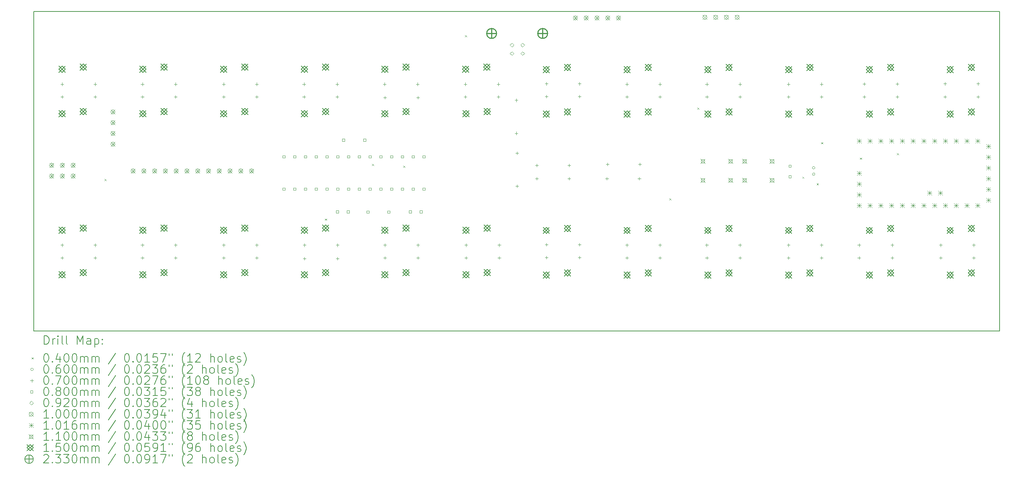
<source format=gbr>
%TF.GenerationSoftware,KiCad,Pcbnew,6.0.8+dfsg-1*%
%TF.CreationDate,2022-10-27T21:27:39-03:00*%
%TF.ProjectId,Calebe94,43616c65-6265-4393-942e-6b696361645f,rev?*%
%TF.SameCoordinates,Original*%
%TF.FileFunction,Drillmap*%
%TF.FilePolarity,Positive*%
%FSLAX45Y45*%
G04 Gerber Fmt 4.5, Leading zero omitted, Abs format (unit mm)*
G04 Created by KiCad (PCBNEW 6.0.8+dfsg-1) date 2022-10-27 21:27:39*
%MOMM*%
%LPD*%
G01*
G04 APERTURE LIST*
%ADD10C,0.150000*%
%ADD11C,0.200000*%
%ADD12C,0.040000*%
%ADD13C,0.060000*%
%ADD14C,0.070000*%
%ADD15C,0.080000*%
%ADD16C,0.092000*%
%ADD17C,0.100000*%
%ADD18C,0.101600*%
%ADD19C,0.110000*%
%ADD20C,0.233000*%
G04 APERTURE END LIST*
D10*
X4000000Y-5585000D02*
X26775000Y-5585000D01*
X26775000Y-5585000D02*
X26775000Y-13125000D01*
X26775000Y-13125000D02*
X4000000Y-13125000D01*
X4000000Y-13125000D02*
X4000000Y-5585000D01*
D11*
D12*
X5669940Y-9540810D02*
X5709940Y-9580810D01*
X5709940Y-9540810D02*
X5669940Y-9580810D01*
X10871350Y-10474490D02*
X10911350Y-10514490D01*
X10911350Y-10474490D02*
X10871350Y-10514490D01*
X11977060Y-9182370D02*
X12017060Y-9222370D01*
X12017060Y-9182370D02*
X11977060Y-9222370D01*
X12717840Y-9226070D02*
X12757840Y-9266070D01*
X12757840Y-9226070D02*
X12717840Y-9266070D01*
X14175000Y-6142470D02*
X14215000Y-6182470D01*
X14215000Y-6142470D02*
X14175000Y-6182470D01*
X18991320Y-9996070D02*
X19031320Y-10036070D01*
X19031320Y-9996070D02*
X18991320Y-10036070D01*
X19649190Y-7856720D02*
X19689190Y-7896720D01*
X19689190Y-7856720D02*
X19649190Y-7896720D01*
X22126290Y-9486060D02*
X22166290Y-9526060D01*
X22166290Y-9486060D02*
X22126290Y-9526060D01*
X22466900Y-9638810D02*
X22506900Y-9678810D01*
X22506900Y-9638810D02*
X22466900Y-9678810D01*
X22571300Y-8673120D02*
X22611300Y-8713120D01*
X22611300Y-8673120D02*
X22571300Y-8713120D01*
X23484320Y-9035800D02*
X23524320Y-9075800D01*
X23524320Y-9035800D02*
X23484320Y-9075800D01*
X24361250Y-8927790D02*
X24401250Y-8967790D01*
X24401250Y-8927790D02*
X24361250Y-8967790D01*
D13*
X22425000Y-9275000D02*
G75*
G03*
X22425000Y-9275000I-30000J0D01*
G01*
X22425000Y-9425000D02*
G75*
G03*
X22425000Y-9425000I-30000J0D01*
G01*
D14*
X4670000Y-7265000D02*
X4670000Y-7335000D01*
X4635000Y-7300000D02*
X4705000Y-7300000D01*
X4670000Y-7565000D02*
X4670000Y-7635000D01*
X4635000Y-7600000D02*
X4705000Y-7600000D01*
X4670000Y-11065000D02*
X4670000Y-11135000D01*
X4635000Y-11100000D02*
X4705000Y-11100000D01*
X4670000Y-11365000D02*
X4670000Y-11435000D01*
X4635000Y-11400000D02*
X4705000Y-11400000D01*
X5450000Y-7265000D02*
X5450000Y-7335000D01*
X5415000Y-7300000D02*
X5485000Y-7300000D01*
X5450000Y-7565000D02*
X5450000Y-7635000D01*
X5415000Y-7600000D02*
X5485000Y-7600000D01*
X5450000Y-11065000D02*
X5450000Y-11135000D01*
X5415000Y-11100000D02*
X5485000Y-11100000D01*
X5450000Y-11365000D02*
X5450000Y-11435000D01*
X5415000Y-11400000D02*
X5485000Y-11400000D01*
X6565000Y-7265000D02*
X6565000Y-7335000D01*
X6530000Y-7300000D02*
X6600000Y-7300000D01*
X6565000Y-7565000D02*
X6565000Y-7635000D01*
X6530000Y-7600000D02*
X6600000Y-7600000D01*
X6565000Y-11065000D02*
X6565000Y-11135000D01*
X6530000Y-11100000D02*
X6600000Y-11100000D01*
X6565000Y-11365000D02*
X6565000Y-11435000D01*
X6530000Y-11400000D02*
X6600000Y-11400000D01*
X7345000Y-7265000D02*
X7345000Y-7335000D01*
X7310000Y-7300000D02*
X7380000Y-7300000D01*
X7345000Y-7565000D02*
X7345000Y-7635000D01*
X7310000Y-7600000D02*
X7380000Y-7600000D01*
X7345000Y-11065000D02*
X7345000Y-11135000D01*
X7310000Y-11100000D02*
X7380000Y-11100000D01*
X7345000Y-11365000D02*
X7345000Y-11435000D01*
X7310000Y-11400000D02*
X7380000Y-11400000D01*
X8480000Y-7265000D02*
X8480000Y-7335000D01*
X8445000Y-7300000D02*
X8515000Y-7300000D01*
X8480000Y-7565000D02*
X8480000Y-7635000D01*
X8445000Y-7600000D02*
X8515000Y-7600000D01*
X8480000Y-11065000D02*
X8480000Y-11135000D01*
X8445000Y-11100000D02*
X8515000Y-11100000D01*
X8480000Y-11365000D02*
X8480000Y-11435000D01*
X8445000Y-11400000D02*
X8515000Y-11400000D01*
X9260000Y-7265000D02*
X9260000Y-7335000D01*
X9225000Y-7300000D02*
X9295000Y-7300000D01*
X9260000Y-7565000D02*
X9260000Y-7635000D01*
X9225000Y-7600000D02*
X9295000Y-7600000D01*
X9260000Y-11065000D02*
X9260000Y-11135000D01*
X9225000Y-11100000D02*
X9295000Y-11100000D01*
X9260000Y-11365000D02*
X9260000Y-11435000D01*
X9225000Y-11400000D02*
X9295000Y-11400000D01*
X10375000Y-7265000D02*
X10375000Y-7335000D01*
X10340000Y-7300000D02*
X10410000Y-7300000D01*
X10375000Y-7565000D02*
X10375000Y-7635000D01*
X10340000Y-7600000D02*
X10410000Y-7600000D01*
X10385000Y-11065000D02*
X10385000Y-11135000D01*
X10350000Y-11100000D02*
X10420000Y-11100000D01*
X10385000Y-11385000D02*
X10385000Y-11455000D01*
X10350000Y-11420000D02*
X10420000Y-11420000D01*
X11155000Y-7265000D02*
X11155000Y-7335000D01*
X11120000Y-7300000D02*
X11190000Y-7300000D01*
X11155000Y-7565000D02*
X11155000Y-7635000D01*
X11120000Y-7600000D02*
X11190000Y-7600000D01*
X11165000Y-11065000D02*
X11165000Y-11135000D01*
X11130000Y-11100000D02*
X11200000Y-11100000D01*
X11165000Y-11385000D02*
X11165000Y-11455000D01*
X11130000Y-11420000D02*
X11200000Y-11420000D01*
X12275000Y-7265000D02*
X12275000Y-7335000D01*
X12240000Y-7300000D02*
X12310000Y-7300000D01*
X12285000Y-7585000D02*
X12285000Y-7655000D01*
X12250000Y-7620000D02*
X12320000Y-7620000D01*
X12285000Y-11065000D02*
X12285000Y-11135000D01*
X12250000Y-11100000D02*
X12320000Y-11100000D01*
X12285000Y-11365000D02*
X12285000Y-11435000D01*
X12250000Y-11400000D02*
X12320000Y-11400000D01*
X13055000Y-7265000D02*
X13055000Y-7335000D01*
X13020000Y-7300000D02*
X13090000Y-7300000D01*
X13065000Y-7585000D02*
X13065000Y-7655000D01*
X13030000Y-7620000D02*
X13100000Y-7620000D01*
X13065000Y-11065000D02*
X13065000Y-11135000D01*
X13030000Y-11100000D02*
X13100000Y-11100000D01*
X13065000Y-11365000D02*
X13065000Y-11435000D01*
X13030000Y-11400000D02*
X13100000Y-11400000D01*
X14180000Y-7265000D02*
X14180000Y-7335000D01*
X14145000Y-7300000D02*
X14215000Y-7300000D01*
X14180000Y-7565000D02*
X14180000Y-7635000D01*
X14145000Y-7600000D02*
X14215000Y-7600000D01*
X14200000Y-11065000D02*
X14200000Y-11135000D01*
X14165000Y-11100000D02*
X14235000Y-11100000D01*
X14200000Y-11365000D02*
X14200000Y-11435000D01*
X14165000Y-11400000D02*
X14235000Y-11400000D01*
X14960000Y-7265000D02*
X14960000Y-7335000D01*
X14925000Y-7300000D02*
X14995000Y-7300000D01*
X14960000Y-7565000D02*
X14960000Y-7635000D01*
X14925000Y-7600000D02*
X14995000Y-7600000D01*
X14980000Y-11065000D02*
X14980000Y-11135000D01*
X14945000Y-11100000D02*
X15015000Y-11100000D01*
X14980000Y-11365000D02*
X14980000Y-11435000D01*
X14945000Y-11400000D02*
X15015000Y-11400000D01*
X15380000Y-7645000D02*
X15380000Y-7715000D01*
X15345000Y-7680000D02*
X15415000Y-7680000D01*
X15380000Y-8425000D02*
X15380000Y-8495000D01*
X15345000Y-8460000D02*
X15415000Y-8460000D01*
X15397500Y-8892500D02*
X15397500Y-8962500D01*
X15362500Y-8927500D02*
X15432500Y-8927500D01*
X15397500Y-9672500D02*
X15397500Y-9742500D01*
X15362500Y-9707500D02*
X15432500Y-9707500D01*
X15865000Y-9180000D02*
X15865000Y-9250000D01*
X15830000Y-9215000D02*
X15900000Y-9215000D01*
X15868000Y-9495000D02*
X15868000Y-9565000D01*
X15833000Y-9530000D02*
X15903000Y-9530000D01*
X16095000Y-7255000D02*
X16095000Y-7325000D01*
X16060000Y-7290000D02*
X16130000Y-7290000D01*
X16095000Y-7555000D02*
X16095000Y-7625000D01*
X16060000Y-7590000D02*
X16130000Y-7590000D01*
X16095000Y-11055000D02*
X16095000Y-11125000D01*
X16060000Y-11090000D02*
X16130000Y-11090000D01*
X16095000Y-11355000D02*
X16095000Y-11425000D01*
X16060000Y-11390000D02*
X16130000Y-11390000D01*
X16627000Y-9180000D02*
X16627000Y-9250000D01*
X16592000Y-9215000D02*
X16662000Y-9215000D01*
X16630000Y-9495000D02*
X16630000Y-9565000D01*
X16595000Y-9530000D02*
X16665000Y-9530000D01*
X16875000Y-7255000D02*
X16875000Y-7325000D01*
X16840000Y-7290000D02*
X16910000Y-7290000D01*
X16875000Y-7555000D02*
X16875000Y-7625000D01*
X16840000Y-7590000D02*
X16910000Y-7590000D01*
X16875000Y-11055000D02*
X16875000Y-11125000D01*
X16840000Y-11090000D02*
X16910000Y-11090000D01*
X16875000Y-11355000D02*
X16875000Y-11425000D01*
X16840000Y-11390000D02*
X16910000Y-11390000D01*
X17520000Y-9495000D02*
X17520000Y-9565000D01*
X17485000Y-9530000D02*
X17555000Y-9530000D01*
X17533000Y-9155000D02*
X17533000Y-9225000D01*
X17498000Y-9190000D02*
X17568000Y-9190000D01*
X17990000Y-7265000D02*
X17990000Y-7335000D01*
X17955000Y-7300000D02*
X18025000Y-7300000D01*
X17990000Y-7565000D02*
X17990000Y-7635000D01*
X17955000Y-7600000D02*
X18025000Y-7600000D01*
X17990000Y-11065000D02*
X17990000Y-11135000D01*
X17955000Y-11100000D02*
X18025000Y-11100000D01*
X17990000Y-11365000D02*
X17990000Y-11435000D01*
X17955000Y-11400000D02*
X18025000Y-11400000D01*
X18282000Y-9495000D02*
X18282000Y-9565000D01*
X18247000Y-9530000D02*
X18317000Y-9530000D01*
X18295000Y-9155000D02*
X18295000Y-9225000D01*
X18260000Y-9190000D02*
X18330000Y-9190000D01*
X18770000Y-7265000D02*
X18770000Y-7335000D01*
X18735000Y-7300000D02*
X18805000Y-7300000D01*
X18770000Y-7565000D02*
X18770000Y-7635000D01*
X18735000Y-7600000D02*
X18805000Y-7600000D01*
X18770000Y-11065000D02*
X18770000Y-11135000D01*
X18735000Y-11100000D02*
X18805000Y-11100000D01*
X18770000Y-11365000D02*
X18770000Y-11435000D01*
X18735000Y-11400000D02*
X18805000Y-11400000D01*
X19874000Y-11065000D02*
X19874000Y-11135000D01*
X19839000Y-11100000D02*
X19909000Y-11100000D01*
X19875000Y-7265000D02*
X19875000Y-7335000D01*
X19840000Y-7300000D02*
X19910000Y-7300000D01*
X19875000Y-7565000D02*
X19875000Y-7635000D01*
X19840000Y-7600000D02*
X19910000Y-7600000D01*
X19875000Y-11365000D02*
X19875000Y-11435000D01*
X19840000Y-11400000D02*
X19910000Y-11400000D01*
X20654000Y-11065000D02*
X20654000Y-11135000D01*
X20619000Y-11100000D02*
X20689000Y-11100000D01*
X20655000Y-7265000D02*
X20655000Y-7335000D01*
X20620000Y-7300000D02*
X20690000Y-7300000D01*
X20655000Y-7565000D02*
X20655000Y-7635000D01*
X20620000Y-7600000D02*
X20690000Y-7600000D01*
X20655000Y-11365000D02*
X20655000Y-11435000D01*
X20620000Y-11400000D02*
X20690000Y-11400000D01*
X21800000Y-7265000D02*
X21800000Y-7335000D01*
X21765000Y-7300000D02*
X21835000Y-7300000D01*
X21800000Y-7565000D02*
X21800000Y-7635000D01*
X21765000Y-7600000D02*
X21835000Y-7600000D01*
X21800000Y-11065000D02*
X21800000Y-11135000D01*
X21765000Y-11100000D02*
X21835000Y-11100000D01*
X21800000Y-11365000D02*
X21800000Y-11435000D01*
X21765000Y-11400000D02*
X21835000Y-11400000D01*
X22580000Y-7265000D02*
X22580000Y-7335000D01*
X22545000Y-7300000D02*
X22615000Y-7300000D01*
X22580000Y-7565000D02*
X22580000Y-7635000D01*
X22545000Y-7600000D02*
X22615000Y-7600000D01*
X22580000Y-11065000D02*
X22580000Y-11135000D01*
X22545000Y-11100000D02*
X22615000Y-11100000D01*
X22580000Y-11365000D02*
X22580000Y-11435000D01*
X22545000Y-11400000D02*
X22615000Y-11400000D01*
X23465000Y-11065000D02*
X23465000Y-11135000D01*
X23430000Y-11100000D02*
X23500000Y-11100000D01*
X23465000Y-11365000D02*
X23465000Y-11435000D01*
X23430000Y-11400000D02*
X23500000Y-11400000D01*
X23585000Y-7257500D02*
X23585000Y-7327500D01*
X23550000Y-7292500D02*
X23620000Y-7292500D01*
X23585000Y-7565000D02*
X23585000Y-7635000D01*
X23550000Y-7600000D02*
X23620000Y-7600000D01*
X24245000Y-11065000D02*
X24245000Y-11135000D01*
X24210000Y-11100000D02*
X24280000Y-11100000D01*
X24245000Y-11365000D02*
X24245000Y-11435000D01*
X24210000Y-11400000D02*
X24280000Y-11400000D01*
X24365000Y-7257500D02*
X24365000Y-7327500D01*
X24330000Y-7292500D02*
X24400000Y-7292500D01*
X24365000Y-7565000D02*
X24365000Y-7635000D01*
X24330000Y-7600000D02*
X24400000Y-7600000D01*
X25390000Y-11065000D02*
X25390000Y-11135000D01*
X25355000Y-11100000D02*
X25425000Y-11100000D01*
X25390000Y-11365000D02*
X25390000Y-11435000D01*
X25355000Y-11400000D02*
X25425000Y-11400000D01*
X25490000Y-7255000D02*
X25490000Y-7325000D01*
X25455000Y-7290000D02*
X25525000Y-7290000D01*
X25490000Y-7565000D02*
X25490000Y-7635000D01*
X25455000Y-7600000D02*
X25525000Y-7600000D01*
X26170000Y-11065000D02*
X26170000Y-11135000D01*
X26135000Y-11100000D02*
X26205000Y-11100000D01*
X26170000Y-11365000D02*
X26170000Y-11435000D01*
X26135000Y-11400000D02*
X26205000Y-11400000D01*
X26270000Y-7255000D02*
X26270000Y-7325000D01*
X26235000Y-7290000D02*
X26305000Y-7290000D01*
X26270000Y-7565000D02*
X26270000Y-7635000D01*
X26235000Y-7600000D02*
X26305000Y-7600000D01*
D15*
X9930285Y-9041285D02*
X9930285Y-8984716D01*
X9873716Y-8984716D01*
X9873716Y-9041285D01*
X9930285Y-9041285D01*
X9930285Y-9803285D02*
X9930285Y-9746716D01*
X9873716Y-9746716D01*
X9873716Y-9803285D01*
X9930285Y-9803285D01*
X10184285Y-9041285D02*
X10184285Y-8984716D01*
X10127716Y-8984716D01*
X10127716Y-9041285D01*
X10184285Y-9041285D01*
X10184285Y-9803285D02*
X10184285Y-9746716D01*
X10127716Y-9746716D01*
X10127716Y-9803285D01*
X10184285Y-9803285D01*
X10438285Y-9041285D02*
X10438285Y-8984716D01*
X10381716Y-8984716D01*
X10381716Y-9041285D01*
X10438285Y-9041285D01*
X10438285Y-9803285D02*
X10438285Y-9746716D01*
X10381716Y-9746716D01*
X10381716Y-9803285D01*
X10438285Y-9803285D01*
X10692285Y-9041285D02*
X10692285Y-8984716D01*
X10635716Y-8984716D01*
X10635716Y-9041285D01*
X10692285Y-9041285D01*
X10692285Y-9803285D02*
X10692285Y-9746716D01*
X10635716Y-9746716D01*
X10635716Y-9803285D01*
X10692285Y-9803285D01*
X10946285Y-9041285D02*
X10946285Y-8984716D01*
X10889716Y-8984716D01*
X10889716Y-9041285D01*
X10946285Y-9041285D01*
X10946285Y-9803285D02*
X10946285Y-9746716D01*
X10889716Y-9746716D01*
X10889716Y-9803285D01*
X10946285Y-9803285D01*
X11191284Y-10343285D02*
X11191284Y-10286716D01*
X11134716Y-10286716D01*
X11134716Y-10343285D01*
X11191284Y-10343285D01*
X11200284Y-9041285D02*
X11200284Y-8984716D01*
X11143716Y-8984716D01*
X11143716Y-9041285D01*
X11200284Y-9041285D01*
X11200284Y-9803285D02*
X11200284Y-9746716D01*
X11143716Y-9746716D01*
X11143716Y-9803285D01*
X11200284Y-9803285D01*
X11336284Y-8648285D02*
X11336284Y-8591716D01*
X11279715Y-8591716D01*
X11279715Y-8648285D01*
X11336284Y-8648285D01*
X11441284Y-10343285D02*
X11441284Y-10286716D01*
X11384715Y-10286716D01*
X11384715Y-10343285D01*
X11441284Y-10343285D01*
X11454284Y-9041285D02*
X11454284Y-8984716D01*
X11397715Y-8984716D01*
X11397715Y-9041285D01*
X11454284Y-9041285D01*
X11454284Y-9803285D02*
X11454284Y-9746716D01*
X11397715Y-9746716D01*
X11397715Y-9803285D01*
X11454284Y-9803285D01*
X11708284Y-9041285D02*
X11708284Y-8984716D01*
X11651715Y-8984716D01*
X11651715Y-9041285D01*
X11708284Y-9041285D01*
X11708284Y-9803285D02*
X11708284Y-9746716D01*
X11651715Y-9746716D01*
X11651715Y-9803285D01*
X11708284Y-9803285D01*
X11836284Y-8648285D02*
X11836284Y-8591716D01*
X11779715Y-8591716D01*
X11779715Y-8648285D01*
X11836284Y-8648285D01*
X11908284Y-10346285D02*
X11908284Y-10289716D01*
X11851715Y-10289716D01*
X11851715Y-10346285D01*
X11908284Y-10346285D01*
X11962284Y-9041285D02*
X11962284Y-8984716D01*
X11905715Y-8984716D01*
X11905715Y-9041285D01*
X11962284Y-9041285D01*
X11962284Y-9803285D02*
X11962284Y-9746716D01*
X11905715Y-9746716D01*
X11905715Y-9803285D01*
X11962284Y-9803285D01*
X12216284Y-9041285D02*
X12216284Y-8984716D01*
X12159715Y-8984716D01*
X12159715Y-9041285D01*
X12216284Y-9041285D01*
X12216284Y-9803285D02*
X12216284Y-9746716D01*
X12159715Y-9746716D01*
X12159715Y-9803285D01*
X12216284Y-9803285D01*
X12398284Y-10346285D02*
X12398284Y-10289716D01*
X12341715Y-10289716D01*
X12341715Y-10346285D01*
X12398284Y-10346285D01*
X12470284Y-9041285D02*
X12470284Y-8984716D01*
X12413715Y-8984716D01*
X12413715Y-9041285D01*
X12470284Y-9041285D01*
X12470284Y-9803285D02*
X12470284Y-9746716D01*
X12413715Y-9746716D01*
X12413715Y-9803285D01*
X12470284Y-9803285D01*
X12724284Y-9041285D02*
X12724284Y-8984716D01*
X12667715Y-8984716D01*
X12667715Y-9041285D01*
X12724284Y-9041285D01*
X12724284Y-9803285D02*
X12724284Y-9746716D01*
X12667715Y-9746716D01*
X12667715Y-9803285D01*
X12724284Y-9803285D01*
X12911284Y-10343285D02*
X12911284Y-10286716D01*
X12854715Y-10286716D01*
X12854715Y-10343285D01*
X12911284Y-10343285D01*
X12978284Y-9041285D02*
X12978284Y-8984716D01*
X12921715Y-8984716D01*
X12921715Y-9041285D01*
X12978284Y-9041285D01*
X12978284Y-9803285D02*
X12978284Y-9746716D01*
X12921715Y-9746716D01*
X12921715Y-9803285D01*
X12978284Y-9803285D01*
X13161284Y-10343285D02*
X13161284Y-10286716D01*
X13104715Y-10286716D01*
X13104715Y-10343285D01*
X13161284Y-10343285D01*
X13232284Y-9041285D02*
X13232284Y-8984716D01*
X13175715Y-8984716D01*
X13175715Y-9041285D01*
X13232284Y-9041285D01*
X13232284Y-9803285D02*
X13232284Y-9746716D01*
X13175715Y-9746716D01*
X13175715Y-9803285D01*
X13232284Y-9803285D01*
X21863285Y-9263285D02*
X21863285Y-9206716D01*
X21806716Y-9206716D01*
X21806716Y-9263285D01*
X21863285Y-9263285D01*
X21863285Y-9513285D02*
X21863285Y-9456716D01*
X21806716Y-9456716D01*
X21806716Y-9513285D01*
X21863285Y-9513285D01*
D16*
X15277500Y-6421000D02*
X15323500Y-6375000D01*
X15277500Y-6329000D01*
X15231500Y-6375000D01*
X15277500Y-6421000D01*
X15277500Y-6621000D02*
X15323500Y-6575000D01*
X15277500Y-6529000D01*
X15231500Y-6575000D01*
X15277500Y-6621000D01*
X15527500Y-6421000D02*
X15573500Y-6375000D01*
X15527500Y-6329000D01*
X15481500Y-6375000D01*
X15527500Y-6421000D01*
X15527500Y-6621000D02*
X15573500Y-6575000D01*
X15527500Y-6529000D01*
X15481500Y-6575000D01*
X15527500Y-6621000D01*
D17*
X4372500Y-9166000D02*
X4472500Y-9266000D01*
X4472500Y-9166000D02*
X4372500Y-9266000D01*
X4472500Y-9216000D02*
G75*
G03*
X4472500Y-9216000I-50000J0D01*
G01*
X4372500Y-9420000D02*
X4472500Y-9520000D01*
X4472500Y-9420000D02*
X4372500Y-9520000D01*
X4472500Y-9470000D02*
G75*
G03*
X4472500Y-9470000I-50000J0D01*
G01*
X4626500Y-9166000D02*
X4726500Y-9266000D01*
X4726500Y-9166000D02*
X4626500Y-9266000D01*
X4726500Y-9216000D02*
G75*
G03*
X4726500Y-9216000I-50000J0D01*
G01*
X4626500Y-9420000D02*
X4726500Y-9520000D01*
X4726500Y-9420000D02*
X4626500Y-9520000D01*
X4726500Y-9470000D02*
G75*
G03*
X4726500Y-9470000I-50000J0D01*
G01*
X4880500Y-9166000D02*
X4980500Y-9266000D01*
X4980500Y-9166000D02*
X4880500Y-9266000D01*
X4980500Y-9216000D02*
G75*
G03*
X4980500Y-9216000I-50000J0D01*
G01*
X4880500Y-9420000D02*
X4980500Y-9520000D01*
X4980500Y-9420000D02*
X4880500Y-9520000D01*
X4980500Y-9470000D02*
G75*
G03*
X4980500Y-9470000I-50000J0D01*
G01*
X5820000Y-7905500D02*
X5920000Y-8005500D01*
X5920000Y-7905500D02*
X5820000Y-8005500D01*
X5920000Y-7955500D02*
G75*
G03*
X5920000Y-7955500I-50000J0D01*
G01*
X5820000Y-8159500D02*
X5920000Y-8259500D01*
X5920000Y-8159500D02*
X5820000Y-8259500D01*
X5920000Y-8209500D02*
G75*
G03*
X5920000Y-8209500I-50000J0D01*
G01*
X5820000Y-8413500D02*
X5920000Y-8513500D01*
X5920000Y-8413500D02*
X5820000Y-8513500D01*
X5920000Y-8463500D02*
G75*
G03*
X5920000Y-8463500I-50000J0D01*
G01*
X5820000Y-8667500D02*
X5920000Y-8767500D01*
X5920000Y-8667500D02*
X5820000Y-8767500D01*
X5920000Y-8717500D02*
G75*
G03*
X5920000Y-8717500I-50000J0D01*
G01*
X6295000Y-9300000D02*
X6395000Y-9400000D01*
X6395000Y-9300000D02*
X6295000Y-9400000D01*
X6395000Y-9350000D02*
G75*
G03*
X6395000Y-9350000I-50000J0D01*
G01*
X6549000Y-9300000D02*
X6649000Y-9400000D01*
X6649000Y-9300000D02*
X6549000Y-9400000D01*
X6649000Y-9350000D02*
G75*
G03*
X6649000Y-9350000I-50000J0D01*
G01*
X6803000Y-9300000D02*
X6903000Y-9400000D01*
X6903000Y-9300000D02*
X6803000Y-9400000D01*
X6903000Y-9350000D02*
G75*
G03*
X6903000Y-9350000I-50000J0D01*
G01*
X7057000Y-9300000D02*
X7157000Y-9400000D01*
X7157000Y-9300000D02*
X7057000Y-9400000D01*
X7157000Y-9350000D02*
G75*
G03*
X7157000Y-9350000I-50000J0D01*
G01*
X7311000Y-9300000D02*
X7411000Y-9400000D01*
X7411000Y-9300000D02*
X7311000Y-9400000D01*
X7411000Y-9350000D02*
G75*
G03*
X7411000Y-9350000I-50000J0D01*
G01*
X7565000Y-9300000D02*
X7665000Y-9400000D01*
X7665000Y-9300000D02*
X7565000Y-9400000D01*
X7665000Y-9350000D02*
G75*
G03*
X7665000Y-9350000I-50000J0D01*
G01*
X7819000Y-9300000D02*
X7919000Y-9400000D01*
X7919000Y-9300000D02*
X7819000Y-9400000D01*
X7919000Y-9350000D02*
G75*
G03*
X7919000Y-9350000I-50000J0D01*
G01*
X8073000Y-9300000D02*
X8173000Y-9400000D01*
X8173000Y-9300000D02*
X8073000Y-9400000D01*
X8173000Y-9350000D02*
G75*
G03*
X8173000Y-9350000I-50000J0D01*
G01*
X8327000Y-9300000D02*
X8427000Y-9400000D01*
X8427000Y-9300000D02*
X8327000Y-9400000D01*
X8427000Y-9350000D02*
G75*
G03*
X8427000Y-9350000I-50000J0D01*
G01*
X8581000Y-9300000D02*
X8681000Y-9400000D01*
X8681000Y-9300000D02*
X8581000Y-9400000D01*
X8681000Y-9350000D02*
G75*
G03*
X8681000Y-9350000I-50000J0D01*
G01*
X8835000Y-9300000D02*
X8935000Y-9400000D01*
X8935000Y-9300000D02*
X8835000Y-9400000D01*
X8935000Y-9350000D02*
G75*
G03*
X8935000Y-9350000I-50000J0D01*
G01*
X9089000Y-9300000D02*
X9189000Y-9400000D01*
X9189000Y-9300000D02*
X9089000Y-9400000D01*
X9189000Y-9350000D02*
G75*
G03*
X9189000Y-9350000I-50000J0D01*
G01*
X16725000Y-5687500D02*
X16825000Y-5787500D01*
X16825000Y-5687500D02*
X16725000Y-5787500D01*
X16825000Y-5737500D02*
G75*
G03*
X16825000Y-5737500I-50000J0D01*
G01*
X16979000Y-5687500D02*
X17079000Y-5787500D01*
X17079000Y-5687500D02*
X16979000Y-5787500D01*
X17079000Y-5737500D02*
G75*
G03*
X17079000Y-5737500I-50000J0D01*
G01*
X17233000Y-5687500D02*
X17333000Y-5787500D01*
X17333000Y-5687500D02*
X17233000Y-5787500D01*
X17333000Y-5737500D02*
G75*
G03*
X17333000Y-5737500I-50000J0D01*
G01*
X17487000Y-5687500D02*
X17587000Y-5787500D01*
X17587000Y-5687500D02*
X17487000Y-5787500D01*
X17587000Y-5737500D02*
G75*
G03*
X17587000Y-5737500I-50000J0D01*
G01*
X17741000Y-5687500D02*
X17841000Y-5787500D01*
X17841000Y-5687500D02*
X17741000Y-5787500D01*
X17841000Y-5737500D02*
G75*
G03*
X17841000Y-5737500I-50000J0D01*
G01*
X19779500Y-5672500D02*
X19879500Y-5772500D01*
X19879500Y-5672500D02*
X19779500Y-5772500D01*
X19879500Y-5722500D02*
G75*
G03*
X19879500Y-5722500I-50000J0D01*
G01*
X20033500Y-5672500D02*
X20133500Y-5772500D01*
X20133500Y-5672500D02*
X20033500Y-5772500D01*
X20133500Y-5722500D02*
G75*
G03*
X20133500Y-5722500I-50000J0D01*
G01*
X20287500Y-5672500D02*
X20387500Y-5772500D01*
X20387500Y-5672500D02*
X20287500Y-5772500D01*
X20387500Y-5722500D02*
G75*
G03*
X20387500Y-5722500I-50000J0D01*
G01*
X20541500Y-5672500D02*
X20641500Y-5772500D01*
X20641500Y-5672500D02*
X20541500Y-5772500D01*
X20641500Y-5722500D02*
G75*
G03*
X20641500Y-5722500I-50000J0D01*
G01*
D18*
X23415200Y-8587200D02*
X23516800Y-8688800D01*
X23516800Y-8587200D02*
X23415200Y-8688800D01*
X23466000Y-8587200D02*
X23466000Y-8688800D01*
X23415200Y-8638000D02*
X23516800Y-8638000D01*
X23415200Y-9349200D02*
X23516800Y-9450800D01*
X23516800Y-9349200D02*
X23415200Y-9450800D01*
X23466000Y-9349200D02*
X23466000Y-9450800D01*
X23415200Y-9400000D02*
X23516800Y-9400000D01*
X23415200Y-9603200D02*
X23516800Y-9704800D01*
X23516800Y-9603200D02*
X23415200Y-9704800D01*
X23466000Y-9603200D02*
X23466000Y-9704800D01*
X23415200Y-9654000D02*
X23516800Y-9654000D01*
X23415200Y-9857200D02*
X23516800Y-9958800D01*
X23516800Y-9857200D02*
X23415200Y-9958800D01*
X23466000Y-9857200D02*
X23466000Y-9958800D01*
X23415200Y-9908000D02*
X23516800Y-9908000D01*
X23415200Y-10111200D02*
X23516800Y-10212800D01*
X23516800Y-10111200D02*
X23415200Y-10212800D01*
X23466000Y-10111200D02*
X23466000Y-10212800D01*
X23415200Y-10162000D02*
X23516800Y-10162000D01*
X23669200Y-8587200D02*
X23770800Y-8688800D01*
X23770800Y-8587200D02*
X23669200Y-8688800D01*
X23720000Y-8587200D02*
X23720000Y-8688800D01*
X23669200Y-8638000D02*
X23770800Y-8638000D01*
X23669200Y-10111200D02*
X23770800Y-10212800D01*
X23770800Y-10111200D02*
X23669200Y-10212800D01*
X23720000Y-10111200D02*
X23720000Y-10212800D01*
X23669200Y-10162000D02*
X23770800Y-10162000D01*
X23923200Y-8587200D02*
X24024800Y-8688800D01*
X24024800Y-8587200D02*
X23923200Y-8688800D01*
X23974000Y-8587200D02*
X23974000Y-8688800D01*
X23923200Y-8638000D02*
X24024800Y-8638000D01*
X23923200Y-10111200D02*
X24024800Y-10212800D01*
X24024800Y-10111200D02*
X23923200Y-10212800D01*
X23974000Y-10111200D02*
X23974000Y-10212800D01*
X23923200Y-10162000D02*
X24024800Y-10162000D01*
X24177200Y-8587200D02*
X24278800Y-8688800D01*
X24278800Y-8587200D02*
X24177200Y-8688800D01*
X24228000Y-8587200D02*
X24228000Y-8688800D01*
X24177200Y-8638000D02*
X24278800Y-8638000D01*
X24177200Y-10111200D02*
X24278800Y-10212800D01*
X24278800Y-10111200D02*
X24177200Y-10212800D01*
X24228000Y-10111200D02*
X24228000Y-10212800D01*
X24177200Y-10162000D02*
X24278800Y-10162000D01*
X24431200Y-8587200D02*
X24532800Y-8688800D01*
X24532800Y-8587200D02*
X24431200Y-8688800D01*
X24482000Y-8587200D02*
X24482000Y-8688800D01*
X24431200Y-8638000D02*
X24532800Y-8638000D01*
X24431200Y-10111200D02*
X24532800Y-10212800D01*
X24532800Y-10111200D02*
X24431200Y-10212800D01*
X24482000Y-10111200D02*
X24482000Y-10212800D01*
X24431200Y-10162000D02*
X24532800Y-10162000D01*
X24685200Y-8587200D02*
X24786800Y-8688800D01*
X24786800Y-8587200D02*
X24685200Y-8688800D01*
X24736000Y-8587200D02*
X24736000Y-8688800D01*
X24685200Y-8638000D02*
X24786800Y-8638000D01*
X24685200Y-10111200D02*
X24786800Y-10212800D01*
X24786800Y-10111200D02*
X24685200Y-10212800D01*
X24736000Y-10111200D02*
X24736000Y-10212800D01*
X24685200Y-10162000D02*
X24786800Y-10162000D01*
X24939200Y-8587200D02*
X25040800Y-8688800D01*
X25040800Y-8587200D02*
X24939200Y-8688800D01*
X24990000Y-8587200D02*
X24990000Y-8688800D01*
X24939200Y-8638000D02*
X25040800Y-8638000D01*
X24939200Y-10111200D02*
X25040800Y-10212800D01*
X25040800Y-10111200D02*
X24939200Y-10212800D01*
X24990000Y-10111200D02*
X24990000Y-10212800D01*
X24939200Y-10162000D02*
X25040800Y-10162000D01*
X25078900Y-9819100D02*
X25180500Y-9920700D01*
X25180500Y-9819100D02*
X25078900Y-9920700D01*
X25129700Y-9819100D02*
X25129700Y-9920700D01*
X25078900Y-9869900D02*
X25180500Y-9869900D01*
X25193200Y-8587200D02*
X25294800Y-8688800D01*
X25294800Y-8587200D02*
X25193200Y-8688800D01*
X25244000Y-8587200D02*
X25244000Y-8688800D01*
X25193200Y-8638000D02*
X25294800Y-8638000D01*
X25193200Y-10111200D02*
X25294800Y-10212800D01*
X25294800Y-10111200D02*
X25193200Y-10212800D01*
X25244000Y-10111200D02*
X25244000Y-10212800D01*
X25193200Y-10162000D02*
X25294800Y-10162000D01*
X25332900Y-9819100D02*
X25434500Y-9920700D01*
X25434500Y-9819100D02*
X25332900Y-9920700D01*
X25383700Y-9819100D02*
X25383700Y-9920700D01*
X25332900Y-9869900D02*
X25434500Y-9869900D01*
X25447200Y-8587200D02*
X25548800Y-8688800D01*
X25548800Y-8587200D02*
X25447200Y-8688800D01*
X25498000Y-8587200D02*
X25498000Y-8688800D01*
X25447200Y-8638000D02*
X25548800Y-8638000D01*
X25447200Y-10111200D02*
X25548800Y-10212800D01*
X25548800Y-10111200D02*
X25447200Y-10212800D01*
X25498000Y-10111200D02*
X25498000Y-10212800D01*
X25447200Y-10162000D02*
X25548800Y-10162000D01*
X25701200Y-8587200D02*
X25802800Y-8688800D01*
X25802800Y-8587200D02*
X25701200Y-8688800D01*
X25752000Y-8587200D02*
X25752000Y-8688800D01*
X25701200Y-8638000D02*
X25802800Y-8638000D01*
X25701200Y-10111200D02*
X25802800Y-10212800D01*
X25802800Y-10111200D02*
X25701200Y-10212800D01*
X25752000Y-10111200D02*
X25752000Y-10212800D01*
X25701200Y-10162000D02*
X25802800Y-10162000D01*
X25955200Y-8587200D02*
X26056800Y-8688800D01*
X26056800Y-8587200D02*
X25955200Y-8688800D01*
X26006000Y-8587200D02*
X26006000Y-8688800D01*
X25955200Y-8638000D02*
X26056800Y-8638000D01*
X25955200Y-10111200D02*
X26056800Y-10212800D01*
X26056800Y-10111200D02*
X25955200Y-10212800D01*
X26006000Y-10111200D02*
X26006000Y-10212800D01*
X25955200Y-10162000D02*
X26056800Y-10162000D01*
X26209200Y-8587200D02*
X26310800Y-8688800D01*
X26310800Y-8587200D02*
X26209200Y-8688800D01*
X26260000Y-8587200D02*
X26260000Y-8688800D01*
X26209200Y-8638000D02*
X26310800Y-8638000D01*
X26209200Y-10111200D02*
X26310800Y-10212800D01*
X26310800Y-10111200D02*
X26209200Y-10212800D01*
X26260000Y-10111200D02*
X26260000Y-10212800D01*
X26209200Y-10162000D02*
X26310800Y-10162000D01*
X26463200Y-8714200D02*
X26564800Y-8815800D01*
X26564800Y-8714200D02*
X26463200Y-8815800D01*
X26514000Y-8714200D02*
X26514000Y-8815800D01*
X26463200Y-8765000D02*
X26564800Y-8765000D01*
X26463200Y-8968200D02*
X26564800Y-9069800D01*
X26564800Y-8968200D02*
X26463200Y-9069800D01*
X26514000Y-8968200D02*
X26514000Y-9069800D01*
X26463200Y-9019000D02*
X26564800Y-9019000D01*
X26463200Y-9222200D02*
X26564800Y-9323800D01*
X26564800Y-9222200D02*
X26463200Y-9323800D01*
X26514000Y-9222200D02*
X26514000Y-9323800D01*
X26463200Y-9273000D02*
X26564800Y-9273000D01*
X26463200Y-9476200D02*
X26564800Y-9577800D01*
X26564800Y-9476200D02*
X26463200Y-9577800D01*
X26514000Y-9476200D02*
X26514000Y-9577800D01*
X26463200Y-9527000D02*
X26564800Y-9527000D01*
X26463200Y-9730200D02*
X26564800Y-9831800D01*
X26564800Y-9730200D02*
X26463200Y-9831800D01*
X26514000Y-9730200D02*
X26514000Y-9831800D01*
X26463200Y-9781000D02*
X26564800Y-9781000D01*
X26463200Y-9984200D02*
X26564800Y-10085800D01*
X26564800Y-9984200D02*
X26463200Y-10085800D01*
X26514000Y-9984200D02*
X26514000Y-10085800D01*
X26463200Y-10035000D02*
X26564800Y-10035000D01*
D19*
X19725000Y-9065000D02*
X19835000Y-9175000D01*
X19835000Y-9065000D02*
X19725000Y-9175000D01*
X19818891Y-9158891D02*
X19818891Y-9081109D01*
X19741109Y-9081109D01*
X19741109Y-9158891D01*
X19818891Y-9158891D01*
X19725000Y-9515000D02*
X19835000Y-9625000D01*
X19835000Y-9515000D02*
X19725000Y-9625000D01*
X19818891Y-9608891D02*
X19818891Y-9531109D01*
X19741109Y-9531109D01*
X19741109Y-9608891D01*
X19818891Y-9608891D01*
X20375000Y-9065000D02*
X20485000Y-9175000D01*
X20485000Y-9065000D02*
X20375000Y-9175000D01*
X20468891Y-9158891D02*
X20468891Y-9081109D01*
X20391109Y-9081109D01*
X20391109Y-9158891D01*
X20468891Y-9158891D01*
X20375000Y-9515000D02*
X20485000Y-9625000D01*
X20485000Y-9515000D02*
X20375000Y-9625000D01*
X20468891Y-9608891D02*
X20468891Y-9531109D01*
X20391109Y-9531109D01*
X20391109Y-9608891D01*
X20468891Y-9608891D01*
X20705000Y-9065000D02*
X20815000Y-9175000D01*
X20815000Y-9065000D02*
X20705000Y-9175000D01*
X20798891Y-9158891D02*
X20798891Y-9081109D01*
X20721109Y-9081109D01*
X20721109Y-9158891D01*
X20798891Y-9158891D01*
X20705000Y-9515000D02*
X20815000Y-9625000D01*
X20815000Y-9515000D02*
X20705000Y-9625000D01*
X20798891Y-9608891D02*
X20798891Y-9531109D01*
X20721109Y-9531109D01*
X20721109Y-9608891D01*
X20798891Y-9608891D01*
X21355000Y-9065000D02*
X21465000Y-9175000D01*
X21465000Y-9065000D02*
X21355000Y-9175000D01*
X21448891Y-9158891D02*
X21448891Y-9081109D01*
X21371109Y-9081109D01*
X21371109Y-9158891D01*
X21448891Y-9158891D01*
X21355000Y-9515000D02*
X21465000Y-9625000D01*
X21465000Y-9515000D02*
X21355000Y-9625000D01*
X21448891Y-9608891D02*
X21448891Y-9531109D01*
X21371109Y-9531109D01*
X21371109Y-9608891D01*
X21448891Y-9608891D01*
D10*
X4595000Y-6875000D02*
X4745000Y-7025000D01*
X4745000Y-6875000D02*
X4595000Y-7025000D01*
X4670000Y-7025000D02*
X4745000Y-6950000D01*
X4670000Y-6875000D01*
X4595000Y-6950000D01*
X4670000Y-7025000D01*
X4595000Y-7925000D02*
X4745000Y-8075000D01*
X4745000Y-7925000D02*
X4595000Y-8075000D01*
X4670000Y-8075000D02*
X4745000Y-8000000D01*
X4670000Y-7925000D01*
X4595000Y-8000000D01*
X4670000Y-8075000D01*
X4595000Y-10675000D02*
X4745000Y-10825000D01*
X4745000Y-10675000D02*
X4595000Y-10825000D01*
X4670000Y-10825000D02*
X4745000Y-10750000D01*
X4670000Y-10675000D01*
X4595000Y-10750000D01*
X4670000Y-10825000D01*
X4595000Y-11725000D02*
X4745000Y-11875000D01*
X4745000Y-11725000D02*
X4595000Y-11875000D01*
X4670000Y-11875000D02*
X4745000Y-11800000D01*
X4670000Y-11725000D01*
X4595000Y-11800000D01*
X4670000Y-11875000D01*
X5095000Y-6825000D02*
X5245000Y-6975000D01*
X5245000Y-6825000D02*
X5095000Y-6975000D01*
X5170000Y-6975000D02*
X5245000Y-6900000D01*
X5170000Y-6825000D01*
X5095000Y-6900000D01*
X5170000Y-6975000D01*
X5095000Y-7875000D02*
X5245000Y-8025000D01*
X5245000Y-7875000D02*
X5095000Y-8025000D01*
X5170000Y-8025000D02*
X5245000Y-7950000D01*
X5170000Y-7875000D01*
X5095000Y-7950000D01*
X5170000Y-8025000D01*
X5095000Y-10625000D02*
X5245000Y-10775000D01*
X5245000Y-10625000D02*
X5095000Y-10775000D01*
X5170000Y-10775000D02*
X5245000Y-10700000D01*
X5170000Y-10625000D01*
X5095000Y-10700000D01*
X5170000Y-10775000D01*
X5095000Y-11675000D02*
X5245000Y-11825000D01*
X5245000Y-11675000D02*
X5095000Y-11825000D01*
X5170000Y-11825000D02*
X5245000Y-11750000D01*
X5170000Y-11675000D01*
X5095000Y-11750000D01*
X5170000Y-11825000D01*
X6500000Y-6875000D02*
X6650000Y-7025000D01*
X6650000Y-6875000D02*
X6500000Y-7025000D01*
X6575000Y-7025000D02*
X6650000Y-6950000D01*
X6575000Y-6875000D01*
X6500000Y-6950000D01*
X6575000Y-7025000D01*
X6500000Y-7925000D02*
X6650000Y-8075000D01*
X6650000Y-7925000D02*
X6500000Y-8075000D01*
X6575000Y-8075000D02*
X6650000Y-8000000D01*
X6575000Y-7925000D01*
X6500000Y-8000000D01*
X6575000Y-8075000D01*
X6500000Y-10675000D02*
X6650000Y-10825000D01*
X6650000Y-10675000D02*
X6500000Y-10825000D01*
X6575000Y-10825000D02*
X6650000Y-10750000D01*
X6575000Y-10675000D01*
X6500000Y-10750000D01*
X6575000Y-10825000D01*
X6500000Y-11725000D02*
X6650000Y-11875000D01*
X6650000Y-11725000D02*
X6500000Y-11875000D01*
X6575000Y-11875000D02*
X6650000Y-11800000D01*
X6575000Y-11725000D01*
X6500000Y-11800000D01*
X6575000Y-11875000D01*
X7000000Y-6825000D02*
X7150000Y-6975000D01*
X7150000Y-6825000D02*
X7000000Y-6975000D01*
X7075000Y-6975000D02*
X7150000Y-6900000D01*
X7075000Y-6825000D01*
X7000000Y-6900000D01*
X7075000Y-6975000D01*
X7000000Y-7875000D02*
X7150000Y-8025000D01*
X7150000Y-7875000D02*
X7000000Y-8025000D01*
X7075000Y-8025000D02*
X7150000Y-7950000D01*
X7075000Y-7875000D01*
X7000000Y-7950000D01*
X7075000Y-8025000D01*
X7000000Y-10625000D02*
X7150000Y-10775000D01*
X7150000Y-10625000D02*
X7000000Y-10775000D01*
X7075000Y-10775000D02*
X7150000Y-10700000D01*
X7075000Y-10625000D01*
X7000000Y-10700000D01*
X7075000Y-10775000D01*
X7000000Y-11675000D02*
X7150000Y-11825000D01*
X7150000Y-11675000D02*
X7000000Y-11825000D01*
X7075000Y-11825000D02*
X7150000Y-11750000D01*
X7075000Y-11675000D01*
X7000000Y-11750000D01*
X7075000Y-11825000D01*
X8405000Y-6875000D02*
X8555000Y-7025000D01*
X8555000Y-6875000D02*
X8405000Y-7025000D01*
X8480000Y-7025000D02*
X8555000Y-6950000D01*
X8480000Y-6875000D01*
X8405000Y-6950000D01*
X8480000Y-7025000D01*
X8405000Y-7925000D02*
X8555000Y-8075000D01*
X8555000Y-7925000D02*
X8405000Y-8075000D01*
X8480000Y-8075000D02*
X8555000Y-8000000D01*
X8480000Y-7925000D01*
X8405000Y-8000000D01*
X8480000Y-8075000D01*
X8405000Y-10675000D02*
X8555000Y-10825000D01*
X8555000Y-10675000D02*
X8405000Y-10825000D01*
X8480000Y-10825000D02*
X8555000Y-10750000D01*
X8480000Y-10675000D01*
X8405000Y-10750000D01*
X8480000Y-10825000D01*
X8405000Y-11725000D02*
X8555000Y-11875000D01*
X8555000Y-11725000D02*
X8405000Y-11875000D01*
X8480000Y-11875000D02*
X8555000Y-11800000D01*
X8480000Y-11725000D01*
X8405000Y-11800000D01*
X8480000Y-11875000D01*
X8905000Y-6825000D02*
X9055000Y-6975000D01*
X9055000Y-6825000D02*
X8905000Y-6975000D01*
X8980000Y-6975000D02*
X9055000Y-6900000D01*
X8980000Y-6825000D01*
X8905000Y-6900000D01*
X8980000Y-6975000D01*
X8905000Y-7875000D02*
X9055000Y-8025000D01*
X9055000Y-7875000D02*
X8905000Y-8025000D01*
X8980000Y-8025000D02*
X9055000Y-7950000D01*
X8980000Y-7875000D01*
X8905000Y-7950000D01*
X8980000Y-8025000D01*
X8905000Y-10625000D02*
X9055000Y-10775000D01*
X9055000Y-10625000D02*
X8905000Y-10775000D01*
X8980000Y-10775000D02*
X9055000Y-10700000D01*
X8980000Y-10625000D01*
X8905000Y-10700000D01*
X8980000Y-10775000D01*
X8905000Y-11675000D02*
X9055000Y-11825000D01*
X9055000Y-11675000D02*
X8905000Y-11825000D01*
X8980000Y-11825000D02*
X9055000Y-11750000D01*
X8980000Y-11675000D01*
X8905000Y-11750000D01*
X8980000Y-11825000D01*
X10310000Y-6875000D02*
X10460000Y-7025000D01*
X10460000Y-6875000D02*
X10310000Y-7025000D01*
X10385000Y-7025000D02*
X10460000Y-6950000D01*
X10385000Y-6875000D01*
X10310000Y-6950000D01*
X10385000Y-7025000D01*
X10310000Y-7925000D02*
X10460000Y-8075000D01*
X10460000Y-7925000D02*
X10310000Y-8075000D01*
X10385000Y-8075000D02*
X10460000Y-8000000D01*
X10385000Y-7925000D01*
X10310000Y-8000000D01*
X10385000Y-8075000D01*
X10310000Y-10675000D02*
X10460000Y-10825000D01*
X10460000Y-10675000D02*
X10310000Y-10825000D01*
X10385000Y-10825000D02*
X10460000Y-10750000D01*
X10385000Y-10675000D01*
X10310000Y-10750000D01*
X10385000Y-10825000D01*
X10310000Y-11725000D02*
X10460000Y-11875000D01*
X10460000Y-11725000D02*
X10310000Y-11875000D01*
X10385000Y-11875000D02*
X10460000Y-11800000D01*
X10385000Y-11725000D01*
X10310000Y-11800000D01*
X10385000Y-11875000D01*
X10810000Y-6825000D02*
X10960000Y-6975000D01*
X10960000Y-6825000D02*
X10810000Y-6975000D01*
X10885000Y-6975000D02*
X10960000Y-6900000D01*
X10885000Y-6825000D01*
X10810000Y-6900000D01*
X10885000Y-6975000D01*
X10810000Y-7875000D02*
X10960000Y-8025000D01*
X10960000Y-7875000D02*
X10810000Y-8025000D01*
X10885000Y-8025000D02*
X10960000Y-7950000D01*
X10885000Y-7875000D01*
X10810000Y-7950000D01*
X10885000Y-8025000D01*
X10810000Y-10625000D02*
X10960000Y-10775000D01*
X10960000Y-10625000D02*
X10810000Y-10775000D01*
X10885000Y-10775000D02*
X10960000Y-10700000D01*
X10885000Y-10625000D01*
X10810000Y-10700000D01*
X10885000Y-10775000D01*
X10810000Y-11675000D02*
X10960000Y-11825000D01*
X10960000Y-11675000D02*
X10810000Y-11825000D01*
X10885000Y-11825000D02*
X10960000Y-11750000D01*
X10885000Y-11675000D01*
X10810000Y-11750000D01*
X10885000Y-11825000D01*
X12210000Y-6875000D02*
X12360000Y-7025000D01*
X12360000Y-6875000D02*
X12210000Y-7025000D01*
X12285000Y-7025000D02*
X12360000Y-6950000D01*
X12285000Y-6875000D01*
X12210000Y-6950000D01*
X12285000Y-7025000D01*
X12210000Y-7925000D02*
X12360000Y-8075000D01*
X12360000Y-7925000D02*
X12210000Y-8075000D01*
X12285000Y-8075000D02*
X12360000Y-8000000D01*
X12285000Y-7925000D01*
X12210000Y-8000000D01*
X12285000Y-8075000D01*
X12210000Y-10675000D02*
X12360000Y-10825000D01*
X12360000Y-10675000D02*
X12210000Y-10825000D01*
X12285000Y-10825000D02*
X12360000Y-10750000D01*
X12285000Y-10675000D01*
X12210000Y-10750000D01*
X12285000Y-10825000D01*
X12210000Y-11725000D02*
X12360000Y-11875000D01*
X12360000Y-11725000D02*
X12210000Y-11875000D01*
X12285000Y-11875000D02*
X12360000Y-11800000D01*
X12285000Y-11725000D01*
X12210000Y-11800000D01*
X12285000Y-11875000D01*
X12710000Y-6825000D02*
X12860000Y-6975000D01*
X12860000Y-6825000D02*
X12710000Y-6975000D01*
X12785000Y-6975000D02*
X12860000Y-6900000D01*
X12785000Y-6825000D01*
X12710000Y-6900000D01*
X12785000Y-6975000D01*
X12710000Y-7875000D02*
X12860000Y-8025000D01*
X12860000Y-7875000D02*
X12710000Y-8025000D01*
X12785000Y-8025000D02*
X12860000Y-7950000D01*
X12785000Y-7875000D01*
X12710000Y-7950000D01*
X12785000Y-8025000D01*
X12710000Y-10625000D02*
X12860000Y-10775000D01*
X12860000Y-10625000D02*
X12710000Y-10775000D01*
X12785000Y-10775000D02*
X12860000Y-10700000D01*
X12785000Y-10625000D01*
X12710000Y-10700000D01*
X12785000Y-10775000D01*
X12710000Y-11675000D02*
X12860000Y-11825000D01*
X12860000Y-11675000D02*
X12710000Y-11825000D01*
X12785000Y-11825000D02*
X12860000Y-11750000D01*
X12785000Y-11675000D01*
X12710000Y-11750000D01*
X12785000Y-11825000D01*
X14115000Y-6875000D02*
X14265000Y-7025000D01*
X14265000Y-6875000D02*
X14115000Y-7025000D01*
X14190000Y-7025000D02*
X14265000Y-6950000D01*
X14190000Y-6875000D01*
X14115000Y-6950000D01*
X14190000Y-7025000D01*
X14120000Y-7925000D02*
X14270000Y-8075000D01*
X14270000Y-7925000D02*
X14120000Y-8075000D01*
X14195000Y-8075000D02*
X14270000Y-8000000D01*
X14195000Y-7925000D01*
X14120000Y-8000000D01*
X14195000Y-8075000D01*
X14120000Y-10675000D02*
X14270000Y-10825000D01*
X14270000Y-10675000D02*
X14120000Y-10825000D01*
X14195000Y-10825000D02*
X14270000Y-10750000D01*
X14195000Y-10675000D01*
X14120000Y-10750000D01*
X14195000Y-10825000D01*
X14120000Y-11725000D02*
X14270000Y-11875000D01*
X14270000Y-11725000D02*
X14120000Y-11875000D01*
X14195000Y-11875000D02*
X14270000Y-11800000D01*
X14195000Y-11725000D01*
X14120000Y-11800000D01*
X14195000Y-11875000D01*
X14615000Y-6825000D02*
X14765000Y-6975000D01*
X14765000Y-6825000D02*
X14615000Y-6975000D01*
X14690000Y-6975000D02*
X14765000Y-6900000D01*
X14690000Y-6825000D01*
X14615000Y-6900000D01*
X14690000Y-6975000D01*
X14620000Y-7875000D02*
X14770000Y-8025000D01*
X14770000Y-7875000D02*
X14620000Y-8025000D01*
X14695000Y-8025000D02*
X14770000Y-7950000D01*
X14695000Y-7875000D01*
X14620000Y-7950000D01*
X14695000Y-8025000D01*
X14620000Y-10625000D02*
X14770000Y-10775000D01*
X14770000Y-10625000D02*
X14620000Y-10775000D01*
X14695000Y-10775000D02*
X14770000Y-10700000D01*
X14695000Y-10625000D01*
X14620000Y-10700000D01*
X14695000Y-10775000D01*
X14620000Y-11675000D02*
X14770000Y-11825000D01*
X14770000Y-11675000D02*
X14620000Y-11825000D01*
X14695000Y-11825000D02*
X14770000Y-11750000D01*
X14695000Y-11675000D01*
X14620000Y-11750000D01*
X14695000Y-11825000D01*
X16015000Y-6880000D02*
X16165000Y-7030000D01*
X16165000Y-6880000D02*
X16015000Y-7030000D01*
X16090000Y-7030000D02*
X16165000Y-6955000D01*
X16090000Y-6880000D01*
X16015000Y-6955000D01*
X16090000Y-7030000D01*
X16015000Y-7930000D02*
X16165000Y-8080000D01*
X16165000Y-7930000D02*
X16015000Y-8080000D01*
X16090000Y-8080000D02*
X16165000Y-8005000D01*
X16090000Y-7930000D01*
X16015000Y-8005000D01*
X16090000Y-8080000D01*
X16015000Y-10680000D02*
X16165000Y-10830000D01*
X16165000Y-10680000D02*
X16015000Y-10830000D01*
X16090000Y-10830000D02*
X16165000Y-10755000D01*
X16090000Y-10680000D01*
X16015000Y-10755000D01*
X16090000Y-10830000D01*
X16015000Y-11730000D02*
X16165000Y-11880000D01*
X16165000Y-11730000D02*
X16015000Y-11880000D01*
X16090000Y-11880000D02*
X16165000Y-11805000D01*
X16090000Y-11730000D01*
X16015000Y-11805000D01*
X16090000Y-11880000D01*
X16515000Y-6830000D02*
X16665000Y-6980000D01*
X16665000Y-6830000D02*
X16515000Y-6980000D01*
X16590000Y-6980000D02*
X16665000Y-6905000D01*
X16590000Y-6830000D01*
X16515000Y-6905000D01*
X16590000Y-6980000D01*
X16515000Y-7880000D02*
X16665000Y-8030000D01*
X16665000Y-7880000D02*
X16515000Y-8030000D01*
X16590000Y-8030000D02*
X16665000Y-7955000D01*
X16590000Y-7880000D01*
X16515000Y-7955000D01*
X16590000Y-8030000D01*
X16515000Y-10630000D02*
X16665000Y-10780000D01*
X16665000Y-10630000D02*
X16515000Y-10780000D01*
X16590000Y-10780000D02*
X16665000Y-10705000D01*
X16590000Y-10630000D01*
X16515000Y-10705000D01*
X16590000Y-10780000D01*
X16515000Y-11680000D02*
X16665000Y-11830000D01*
X16665000Y-11680000D02*
X16515000Y-11830000D01*
X16590000Y-11830000D02*
X16665000Y-11755000D01*
X16590000Y-11680000D01*
X16515000Y-11755000D01*
X16590000Y-11830000D01*
X17920000Y-6880000D02*
X18070000Y-7030000D01*
X18070000Y-6880000D02*
X17920000Y-7030000D01*
X17995000Y-7030000D02*
X18070000Y-6955000D01*
X17995000Y-6880000D01*
X17920000Y-6955000D01*
X17995000Y-7030000D01*
X17920000Y-7930000D02*
X18070000Y-8080000D01*
X18070000Y-7930000D02*
X17920000Y-8080000D01*
X17995000Y-8080000D02*
X18070000Y-8005000D01*
X17995000Y-7930000D01*
X17920000Y-8005000D01*
X17995000Y-8080000D01*
X17920000Y-10680000D02*
X18070000Y-10830000D01*
X18070000Y-10680000D02*
X17920000Y-10830000D01*
X17995000Y-10830000D02*
X18070000Y-10755000D01*
X17995000Y-10680000D01*
X17920000Y-10755000D01*
X17995000Y-10830000D01*
X17920000Y-11730000D02*
X18070000Y-11880000D01*
X18070000Y-11730000D02*
X17920000Y-11880000D01*
X17995000Y-11880000D02*
X18070000Y-11805000D01*
X17995000Y-11730000D01*
X17920000Y-11805000D01*
X17995000Y-11880000D01*
X18420000Y-6830000D02*
X18570000Y-6980000D01*
X18570000Y-6830000D02*
X18420000Y-6980000D01*
X18495000Y-6980000D02*
X18570000Y-6905000D01*
X18495000Y-6830000D01*
X18420000Y-6905000D01*
X18495000Y-6980000D01*
X18420000Y-7880000D02*
X18570000Y-8030000D01*
X18570000Y-7880000D02*
X18420000Y-8030000D01*
X18495000Y-8030000D02*
X18570000Y-7955000D01*
X18495000Y-7880000D01*
X18420000Y-7955000D01*
X18495000Y-8030000D01*
X18420000Y-10630000D02*
X18570000Y-10780000D01*
X18570000Y-10630000D02*
X18420000Y-10780000D01*
X18495000Y-10780000D02*
X18570000Y-10705000D01*
X18495000Y-10630000D01*
X18420000Y-10705000D01*
X18495000Y-10780000D01*
X18420000Y-11680000D02*
X18570000Y-11830000D01*
X18570000Y-11680000D02*
X18420000Y-11830000D01*
X18495000Y-11830000D02*
X18570000Y-11755000D01*
X18495000Y-11680000D01*
X18420000Y-11755000D01*
X18495000Y-11830000D01*
X19825000Y-6880000D02*
X19975000Y-7030000D01*
X19975000Y-6880000D02*
X19825000Y-7030000D01*
X19900000Y-7030000D02*
X19975000Y-6955000D01*
X19900000Y-6880000D01*
X19825000Y-6955000D01*
X19900000Y-7030000D01*
X19825000Y-7930000D02*
X19975000Y-8080000D01*
X19975000Y-7930000D02*
X19825000Y-8080000D01*
X19900000Y-8080000D02*
X19975000Y-8005000D01*
X19900000Y-7930000D01*
X19825000Y-8005000D01*
X19900000Y-8080000D01*
X19825000Y-10680000D02*
X19975000Y-10830000D01*
X19975000Y-10680000D02*
X19825000Y-10830000D01*
X19900000Y-10830000D02*
X19975000Y-10755000D01*
X19900000Y-10680000D01*
X19825000Y-10755000D01*
X19900000Y-10830000D01*
X19825000Y-11730000D02*
X19975000Y-11880000D01*
X19975000Y-11730000D02*
X19825000Y-11880000D01*
X19900000Y-11880000D02*
X19975000Y-11805000D01*
X19900000Y-11730000D01*
X19825000Y-11805000D01*
X19900000Y-11880000D01*
X20325000Y-6830000D02*
X20475000Y-6980000D01*
X20475000Y-6830000D02*
X20325000Y-6980000D01*
X20400000Y-6980000D02*
X20475000Y-6905000D01*
X20400000Y-6830000D01*
X20325000Y-6905000D01*
X20400000Y-6980000D01*
X20325000Y-7880000D02*
X20475000Y-8030000D01*
X20475000Y-7880000D02*
X20325000Y-8030000D01*
X20400000Y-8030000D02*
X20475000Y-7955000D01*
X20400000Y-7880000D01*
X20325000Y-7955000D01*
X20400000Y-8030000D01*
X20325000Y-10630000D02*
X20475000Y-10780000D01*
X20475000Y-10630000D02*
X20325000Y-10780000D01*
X20400000Y-10780000D02*
X20475000Y-10705000D01*
X20400000Y-10630000D01*
X20325000Y-10705000D01*
X20400000Y-10780000D01*
X20325000Y-11680000D02*
X20475000Y-11830000D01*
X20475000Y-11680000D02*
X20325000Y-11830000D01*
X20400000Y-11830000D02*
X20475000Y-11755000D01*
X20400000Y-11680000D01*
X20325000Y-11755000D01*
X20400000Y-11830000D01*
X21730000Y-7930000D02*
X21880000Y-8080000D01*
X21880000Y-7930000D02*
X21730000Y-8080000D01*
X21805000Y-8080000D02*
X21880000Y-8005000D01*
X21805000Y-7930000D01*
X21730000Y-8005000D01*
X21805000Y-8080000D01*
X21730000Y-10680000D02*
X21880000Y-10830000D01*
X21880000Y-10680000D02*
X21730000Y-10830000D01*
X21805000Y-10830000D02*
X21880000Y-10755000D01*
X21805000Y-10680000D01*
X21730000Y-10755000D01*
X21805000Y-10830000D01*
X21730000Y-11730000D02*
X21880000Y-11880000D01*
X21880000Y-11730000D02*
X21730000Y-11880000D01*
X21805000Y-11880000D02*
X21880000Y-11805000D01*
X21805000Y-11730000D01*
X21730000Y-11805000D01*
X21805000Y-11880000D01*
X21735000Y-6880000D02*
X21885000Y-7030000D01*
X21885000Y-6880000D02*
X21735000Y-7030000D01*
X21810000Y-7030000D02*
X21885000Y-6955000D01*
X21810000Y-6880000D01*
X21735000Y-6955000D01*
X21810000Y-7030000D01*
X22230000Y-7880000D02*
X22380000Y-8030000D01*
X22380000Y-7880000D02*
X22230000Y-8030000D01*
X22305000Y-8030000D02*
X22380000Y-7955000D01*
X22305000Y-7880000D01*
X22230000Y-7955000D01*
X22305000Y-8030000D01*
X22230000Y-10630000D02*
X22380000Y-10780000D01*
X22380000Y-10630000D02*
X22230000Y-10780000D01*
X22305000Y-10780000D02*
X22380000Y-10705000D01*
X22305000Y-10630000D01*
X22230000Y-10705000D01*
X22305000Y-10780000D01*
X22230000Y-11680000D02*
X22380000Y-11830000D01*
X22380000Y-11680000D02*
X22230000Y-11830000D01*
X22305000Y-11830000D02*
X22380000Y-11755000D01*
X22305000Y-11680000D01*
X22230000Y-11755000D01*
X22305000Y-11830000D01*
X22235000Y-6830000D02*
X22385000Y-6980000D01*
X22385000Y-6830000D02*
X22235000Y-6980000D01*
X22310000Y-6980000D02*
X22385000Y-6905000D01*
X22310000Y-6830000D01*
X22235000Y-6905000D01*
X22310000Y-6980000D01*
X23635000Y-6880000D02*
X23785000Y-7030000D01*
X23785000Y-6880000D02*
X23635000Y-7030000D01*
X23710000Y-7030000D02*
X23785000Y-6955000D01*
X23710000Y-6880000D01*
X23635000Y-6955000D01*
X23710000Y-7030000D01*
X23635000Y-7930000D02*
X23785000Y-8080000D01*
X23785000Y-7930000D02*
X23635000Y-8080000D01*
X23710000Y-8080000D02*
X23785000Y-8005000D01*
X23710000Y-7930000D01*
X23635000Y-8005000D01*
X23710000Y-8080000D01*
X23635000Y-10680000D02*
X23785000Y-10830000D01*
X23785000Y-10680000D02*
X23635000Y-10830000D01*
X23710000Y-10830000D02*
X23785000Y-10755000D01*
X23710000Y-10680000D01*
X23635000Y-10755000D01*
X23710000Y-10830000D01*
X23635000Y-11730000D02*
X23785000Y-11880000D01*
X23785000Y-11730000D02*
X23635000Y-11880000D01*
X23710000Y-11880000D02*
X23785000Y-11805000D01*
X23710000Y-11730000D01*
X23635000Y-11805000D01*
X23710000Y-11880000D01*
X24135000Y-6830000D02*
X24285000Y-6980000D01*
X24285000Y-6830000D02*
X24135000Y-6980000D01*
X24210000Y-6980000D02*
X24285000Y-6905000D01*
X24210000Y-6830000D01*
X24135000Y-6905000D01*
X24210000Y-6980000D01*
X24135000Y-7880000D02*
X24285000Y-8030000D01*
X24285000Y-7880000D02*
X24135000Y-8030000D01*
X24210000Y-8030000D02*
X24285000Y-7955000D01*
X24210000Y-7880000D01*
X24135000Y-7955000D01*
X24210000Y-8030000D01*
X24135000Y-10630000D02*
X24285000Y-10780000D01*
X24285000Y-10630000D02*
X24135000Y-10780000D01*
X24210000Y-10780000D02*
X24285000Y-10705000D01*
X24210000Y-10630000D01*
X24135000Y-10705000D01*
X24210000Y-10780000D01*
X24135000Y-11680000D02*
X24285000Y-11830000D01*
X24285000Y-11680000D02*
X24135000Y-11830000D01*
X24210000Y-11830000D02*
X24285000Y-11755000D01*
X24210000Y-11680000D01*
X24135000Y-11755000D01*
X24210000Y-11830000D01*
X25540000Y-6880000D02*
X25690000Y-7030000D01*
X25690000Y-6880000D02*
X25540000Y-7030000D01*
X25615000Y-7030000D02*
X25690000Y-6955000D01*
X25615000Y-6880000D01*
X25540000Y-6955000D01*
X25615000Y-7030000D01*
X25540000Y-7930000D02*
X25690000Y-8080000D01*
X25690000Y-7930000D02*
X25540000Y-8080000D01*
X25615000Y-8080000D02*
X25690000Y-8005000D01*
X25615000Y-7930000D01*
X25540000Y-8005000D01*
X25615000Y-8080000D01*
X25540000Y-10680000D02*
X25690000Y-10830000D01*
X25690000Y-10680000D02*
X25540000Y-10830000D01*
X25615000Y-10830000D02*
X25690000Y-10755000D01*
X25615000Y-10680000D01*
X25540000Y-10755000D01*
X25615000Y-10830000D01*
X25540000Y-11730000D02*
X25690000Y-11880000D01*
X25690000Y-11730000D02*
X25540000Y-11880000D01*
X25615000Y-11880000D02*
X25690000Y-11805000D01*
X25615000Y-11730000D01*
X25540000Y-11805000D01*
X25615000Y-11880000D01*
X26040000Y-6830000D02*
X26190000Y-6980000D01*
X26190000Y-6830000D02*
X26040000Y-6980000D01*
X26115000Y-6980000D02*
X26190000Y-6905000D01*
X26115000Y-6830000D01*
X26040000Y-6905000D01*
X26115000Y-6980000D01*
X26040000Y-7880000D02*
X26190000Y-8030000D01*
X26190000Y-7880000D02*
X26040000Y-8030000D01*
X26115000Y-8030000D02*
X26190000Y-7955000D01*
X26115000Y-7880000D01*
X26040000Y-7955000D01*
X26115000Y-8030000D01*
X26040000Y-10630000D02*
X26190000Y-10780000D01*
X26190000Y-10630000D02*
X26040000Y-10780000D01*
X26115000Y-10780000D02*
X26190000Y-10705000D01*
X26115000Y-10630000D01*
X26040000Y-10705000D01*
X26115000Y-10780000D01*
X26040000Y-11680000D02*
X26190000Y-11830000D01*
X26190000Y-11680000D02*
X26040000Y-11830000D01*
X26115000Y-11830000D02*
X26190000Y-11755000D01*
X26115000Y-11680000D01*
X26040000Y-11755000D01*
X26115000Y-11830000D01*
D20*
X14800500Y-5987500D02*
X14800500Y-6220500D01*
X14684000Y-6104000D02*
X14917000Y-6104000D01*
X14917000Y-6104000D02*
G75*
G03*
X14917000Y-6104000I-116500J0D01*
G01*
X16004500Y-5987500D02*
X16004500Y-6220500D01*
X15888000Y-6104000D02*
X16121000Y-6104000D01*
X16121000Y-6104000D02*
G75*
G03*
X16121000Y-6104000I-116500J0D01*
G01*
D11*
X4250119Y-13442976D02*
X4250119Y-13242976D01*
X4297738Y-13242976D01*
X4326310Y-13252500D01*
X4345357Y-13271548D01*
X4354881Y-13290595D01*
X4364405Y-13328690D01*
X4364405Y-13357262D01*
X4354881Y-13395357D01*
X4345357Y-13414405D01*
X4326310Y-13433452D01*
X4297738Y-13442976D01*
X4250119Y-13442976D01*
X4450119Y-13442976D02*
X4450119Y-13309643D01*
X4450119Y-13347738D02*
X4459643Y-13328690D01*
X4469167Y-13319167D01*
X4488214Y-13309643D01*
X4507262Y-13309643D01*
X4573929Y-13442976D02*
X4573929Y-13309643D01*
X4573929Y-13242976D02*
X4564405Y-13252500D01*
X4573929Y-13262024D01*
X4583452Y-13252500D01*
X4573929Y-13242976D01*
X4573929Y-13262024D01*
X4697738Y-13442976D02*
X4678690Y-13433452D01*
X4669167Y-13414405D01*
X4669167Y-13242976D01*
X4802500Y-13442976D02*
X4783452Y-13433452D01*
X4773929Y-13414405D01*
X4773929Y-13242976D01*
X5031071Y-13442976D02*
X5031071Y-13242976D01*
X5097738Y-13385833D01*
X5164405Y-13242976D01*
X5164405Y-13442976D01*
X5345357Y-13442976D02*
X5345357Y-13338214D01*
X5335833Y-13319167D01*
X5316786Y-13309643D01*
X5278690Y-13309643D01*
X5259643Y-13319167D01*
X5345357Y-13433452D02*
X5326310Y-13442976D01*
X5278690Y-13442976D01*
X5259643Y-13433452D01*
X5250119Y-13414405D01*
X5250119Y-13395357D01*
X5259643Y-13376309D01*
X5278690Y-13366786D01*
X5326310Y-13366786D01*
X5345357Y-13357262D01*
X5440595Y-13309643D02*
X5440595Y-13509643D01*
X5440595Y-13319167D02*
X5459643Y-13309643D01*
X5497738Y-13309643D01*
X5516786Y-13319167D01*
X5526310Y-13328690D01*
X5535833Y-13347738D01*
X5535833Y-13404881D01*
X5526310Y-13423928D01*
X5516786Y-13433452D01*
X5497738Y-13442976D01*
X5459643Y-13442976D01*
X5440595Y-13433452D01*
X5621548Y-13423928D02*
X5631071Y-13433452D01*
X5621548Y-13442976D01*
X5612024Y-13433452D01*
X5621548Y-13423928D01*
X5621548Y-13442976D01*
X5621548Y-13319167D02*
X5631071Y-13328690D01*
X5621548Y-13338214D01*
X5612024Y-13328690D01*
X5621548Y-13319167D01*
X5621548Y-13338214D01*
D12*
X3952500Y-13752500D02*
X3992500Y-13792500D01*
X3992500Y-13752500D02*
X3952500Y-13792500D01*
D11*
X4288214Y-13662976D02*
X4307262Y-13662976D01*
X4326310Y-13672500D01*
X4335833Y-13682024D01*
X4345357Y-13701071D01*
X4354881Y-13739167D01*
X4354881Y-13786786D01*
X4345357Y-13824881D01*
X4335833Y-13843928D01*
X4326310Y-13853452D01*
X4307262Y-13862976D01*
X4288214Y-13862976D01*
X4269167Y-13853452D01*
X4259643Y-13843928D01*
X4250119Y-13824881D01*
X4240595Y-13786786D01*
X4240595Y-13739167D01*
X4250119Y-13701071D01*
X4259643Y-13682024D01*
X4269167Y-13672500D01*
X4288214Y-13662976D01*
X4440595Y-13843928D02*
X4450119Y-13853452D01*
X4440595Y-13862976D01*
X4431071Y-13853452D01*
X4440595Y-13843928D01*
X4440595Y-13862976D01*
X4621548Y-13729643D02*
X4621548Y-13862976D01*
X4573929Y-13653452D02*
X4526310Y-13796309D01*
X4650119Y-13796309D01*
X4764405Y-13662976D02*
X4783452Y-13662976D01*
X4802500Y-13672500D01*
X4812024Y-13682024D01*
X4821548Y-13701071D01*
X4831071Y-13739167D01*
X4831071Y-13786786D01*
X4821548Y-13824881D01*
X4812024Y-13843928D01*
X4802500Y-13853452D01*
X4783452Y-13862976D01*
X4764405Y-13862976D01*
X4745357Y-13853452D01*
X4735833Y-13843928D01*
X4726310Y-13824881D01*
X4716786Y-13786786D01*
X4716786Y-13739167D01*
X4726310Y-13701071D01*
X4735833Y-13682024D01*
X4745357Y-13672500D01*
X4764405Y-13662976D01*
X4954881Y-13662976D02*
X4973929Y-13662976D01*
X4992976Y-13672500D01*
X5002500Y-13682024D01*
X5012024Y-13701071D01*
X5021548Y-13739167D01*
X5021548Y-13786786D01*
X5012024Y-13824881D01*
X5002500Y-13843928D01*
X4992976Y-13853452D01*
X4973929Y-13862976D01*
X4954881Y-13862976D01*
X4935833Y-13853452D01*
X4926310Y-13843928D01*
X4916786Y-13824881D01*
X4907262Y-13786786D01*
X4907262Y-13739167D01*
X4916786Y-13701071D01*
X4926310Y-13682024D01*
X4935833Y-13672500D01*
X4954881Y-13662976D01*
X5107262Y-13862976D02*
X5107262Y-13729643D01*
X5107262Y-13748690D02*
X5116786Y-13739167D01*
X5135833Y-13729643D01*
X5164405Y-13729643D01*
X5183452Y-13739167D01*
X5192976Y-13758214D01*
X5192976Y-13862976D01*
X5192976Y-13758214D02*
X5202500Y-13739167D01*
X5221548Y-13729643D01*
X5250119Y-13729643D01*
X5269167Y-13739167D01*
X5278690Y-13758214D01*
X5278690Y-13862976D01*
X5373929Y-13862976D02*
X5373929Y-13729643D01*
X5373929Y-13748690D02*
X5383452Y-13739167D01*
X5402500Y-13729643D01*
X5431071Y-13729643D01*
X5450119Y-13739167D01*
X5459643Y-13758214D01*
X5459643Y-13862976D01*
X5459643Y-13758214D02*
X5469167Y-13739167D01*
X5488214Y-13729643D01*
X5516786Y-13729643D01*
X5535833Y-13739167D01*
X5545357Y-13758214D01*
X5545357Y-13862976D01*
X5935833Y-13653452D02*
X5764405Y-13910595D01*
X6192976Y-13662976D02*
X6212024Y-13662976D01*
X6231071Y-13672500D01*
X6240595Y-13682024D01*
X6250119Y-13701071D01*
X6259643Y-13739167D01*
X6259643Y-13786786D01*
X6250119Y-13824881D01*
X6240595Y-13843928D01*
X6231071Y-13853452D01*
X6212024Y-13862976D01*
X6192976Y-13862976D01*
X6173928Y-13853452D01*
X6164405Y-13843928D01*
X6154881Y-13824881D01*
X6145357Y-13786786D01*
X6145357Y-13739167D01*
X6154881Y-13701071D01*
X6164405Y-13682024D01*
X6173928Y-13672500D01*
X6192976Y-13662976D01*
X6345357Y-13843928D02*
X6354881Y-13853452D01*
X6345357Y-13862976D01*
X6335833Y-13853452D01*
X6345357Y-13843928D01*
X6345357Y-13862976D01*
X6478690Y-13662976D02*
X6497738Y-13662976D01*
X6516786Y-13672500D01*
X6526309Y-13682024D01*
X6535833Y-13701071D01*
X6545357Y-13739167D01*
X6545357Y-13786786D01*
X6535833Y-13824881D01*
X6526309Y-13843928D01*
X6516786Y-13853452D01*
X6497738Y-13862976D01*
X6478690Y-13862976D01*
X6459643Y-13853452D01*
X6450119Y-13843928D01*
X6440595Y-13824881D01*
X6431071Y-13786786D01*
X6431071Y-13739167D01*
X6440595Y-13701071D01*
X6450119Y-13682024D01*
X6459643Y-13672500D01*
X6478690Y-13662976D01*
X6735833Y-13862976D02*
X6621548Y-13862976D01*
X6678690Y-13862976D02*
X6678690Y-13662976D01*
X6659643Y-13691548D01*
X6640595Y-13710595D01*
X6621548Y-13720119D01*
X6916786Y-13662976D02*
X6821548Y-13662976D01*
X6812024Y-13758214D01*
X6821548Y-13748690D01*
X6840595Y-13739167D01*
X6888214Y-13739167D01*
X6907262Y-13748690D01*
X6916786Y-13758214D01*
X6926309Y-13777262D01*
X6926309Y-13824881D01*
X6916786Y-13843928D01*
X6907262Y-13853452D01*
X6888214Y-13862976D01*
X6840595Y-13862976D01*
X6821548Y-13853452D01*
X6812024Y-13843928D01*
X6992976Y-13662976D02*
X7126309Y-13662976D01*
X7040595Y-13862976D01*
X7192976Y-13662976D02*
X7192976Y-13701071D01*
X7269167Y-13662976D02*
X7269167Y-13701071D01*
X7564405Y-13939167D02*
X7554881Y-13929643D01*
X7535833Y-13901071D01*
X7526309Y-13882024D01*
X7516786Y-13853452D01*
X7507262Y-13805833D01*
X7507262Y-13767738D01*
X7516786Y-13720119D01*
X7526309Y-13691548D01*
X7535833Y-13672500D01*
X7554881Y-13643928D01*
X7564405Y-13634405D01*
X7745357Y-13862976D02*
X7631071Y-13862976D01*
X7688214Y-13862976D02*
X7688214Y-13662976D01*
X7669167Y-13691548D01*
X7650119Y-13710595D01*
X7631071Y-13720119D01*
X7821548Y-13682024D02*
X7831071Y-13672500D01*
X7850119Y-13662976D01*
X7897738Y-13662976D01*
X7916786Y-13672500D01*
X7926309Y-13682024D01*
X7935833Y-13701071D01*
X7935833Y-13720119D01*
X7926309Y-13748690D01*
X7812024Y-13862976D01*
X7935833Y-13862976D01*
X8173928Y-13862976D02*
X8173928Y-13662976D01*
X8259643Y-13862976D02*
X8259643Y-13758214D01*
X8250119Y-13739167D01*
X8231071Y-13729643D01*
X8202500Y-13729643D01*
X8183452Y-13739167D01*
X8173928Y-13748690D01*
X8383452Y-13862976D02*
X8364405Y-13853452D01*
X8354881Y-13843928D01*
X8345357Y-13824881D01*
X8345357Y-13767738D01*
X8354881Y-13748690D01*
X8364405Y-13739167D01*
X8383452Y-13729643D01*
X8412024Y-13729643D01*
X8431071Y-13739167D01*
X8440595Y-13748690D01*
X8450119Y-13767738D01*
X8450119Y-13824881D01*
X8440595Y-13843928D01*
X8431071Y-13853452D01*
X8412024Y-13862976D01*
X8383452Y-13862976D01*
X8564405Y-13862976D02*
X8545357Y-13853452D01*
X8535833Y-13834405D01*
X8535833Y-13662976D01*
X8716786Y-13853452D02*
X8697738Y-13862976D01*
X8659643Y-13862976D01*
X8640595Y-13853452D01*
X8631071Y-13834405D01*
X8631071Y-13758214D01*
X8640595Y-13739167D01*
X8659643Y-13729643D01*
X8697738Y-13729643D01*
X8716786Y-13739167D01*
X8726310Y-13758214D01*
X8726310Y-13777262D01*
X8631071Y-13796309D01*
X8802500Y-13853452D02*
X8821548Y-13862976D01*
X8859643Y-13862976D01*
X8878690Y-13853452D01*
X8888214Y-13834405D01*
X8888214Y-13824881D01*
X8878690Y-13805833D01*
X8859643Y-13796309D01*
X8831071Y-13796309D01*
X8812024Y-13786786D01*
X8802500Y-13767738D01*
X8802500Y-13758214D01*
X8812024Y-13739167D01*
X8831071Y-13729643D01*
X8859643Y-13729643D01*
X8878690Y-13739167D01*
X8954881Y-13939167D02*
X8964405Y-13929643D01*
X8983452Y-13901071D01*
X8992976Y-13882024D01*
X9002500Y-13853452D01*
X9012024Y-13805833D01*
X9012024Y-13767738D01*
X9002500Y-13720119D01*
X8992976Y-13691548D01*
X8983452Y-13672500D01*
X8964405Y-13643928D01*
X8954881Y-13634405D01*
D13*
X3992500Y-14036500D02*
G75*
G03*
X3992500Y-14036500I-30000J0D01*
G01*
D11*
X4288214Y-13926976D02*
X4307262Y-13926976D01*
X4326310Y-13936500D01*
X4335833Y-13946024D01*
X4345357Y-13965071D01*
X4354881Y-14003167D01*
X4354881Y-14050786D01*
X4345357Y-14088881D01*
X4335833Y-14107928D01*
X4326310Y-14117452D01*
X4307262Y-14126976D01*
X4288214Y-14126976D01*
X4269167Y-14117452D01*
X4259643Y-14107928D01*
X4250119Y-14088881D01*
X4240595Y-14050786D01*
X4240595Y-14003167D01*
X4250119Y-13965071D01*
X4259643Y-13946024D01*
X4269167Y-13936500D01*
X4288214Y-13926976D01*
X4440595Y-14107928D02*
X4450119Y-14117452D01*
X4440595Y-14126976D01*
X4431071Y-14117452D01*
X4440595Y-14107928D01*
X4440595Y-14126976D01*
X4621548Y-13926976D02*
X4583452Y-13926976D01*
X4564405Y-13936500D01*
X4554881Y-13946024D01*
X4535833Y-13974595D01*
X4526310Y-14012690D01*
X4526310Y-14088881D01*
X4535833Y-14107928D01*
X4545357Y-14117452D01*
X4564405Y-14126976D01*
X4602500Y-14126976D01*
X4621548Y-14117452D01*
X4631071Y-14107928D01*
X4640595Y-14088881D01*
X4640595Y-14041262D01*
X4631071Y-14022214D01*
X4621548Y-14012690D01*
X4602500Y-14003167D01*
X4564405Y-14003167D01*
X4545357Y-14012690D01*
X4535833Y-14022214D01*
X4526310Y-14041262D01*
X4764405Y-13926976D02*
X4783452Y-13926976D01*
X4802500Y-13936500D01*
X4812024Y-13946024D01*
X4821548Y-13965071D01*
X4831071Y-14003167D01*
X4831071Y-14050786D01*
X4821548Y-14088881D01*
X4812024Y-14107928D01*
X4802500Y-14117452D01*
X4783452Y-14126976D01*
X4764405Y-14126976D01*
X4745357Y-14117452D01*
X4735833Y-14107928D01*
X4726310Y-14088881D01*
X4716786Y-14050786D01*
X4716786Y-14003167D01*
X4726310Y-13965071D01*
X4735833Y-13946024D01*
X4745357Y-13936500D01*
X4764405Y-13926976D01*
X4954881Y-13926976D02*
X4973929Y-13926976D01*
X4992976Y-13936500D01*
X5002500Y-13946024D01*
X5012024Y-13965071D01*
X5021548Y-14003167D01*
X5021548Y-14050786D01*
X5012024Y-14088881D01*
X5002500Y-14107928D01*
X4992976Y-14117452D01*
X4973929Y-14126976D01*
X4954881Y-14126976D01*
X4935833Y-14117452D01*
X4926310Y-14107928D01*
X4916786Y-14088881D01*
X4907262Y-14050786D01*
X4907262Y-14003167D01*
X4916786Y-13965071D01*
X4926310Y-13946024D01*
X4935833Y-13936500D01*
X4954881Y-13926976D01*
X5107262Y-14126976D02*
X5107262Y-13993643D01*
X5107262Y-14012690D02*
X5116786Y-14003167D01*
X5135833Y-13993643D01*
X5164405Y-13993643D01*
X5183452Y-14003167D01*
X5192976Y-14022214D01*
X5192976Y-14126976D01*
X5192976Y-14022214D02*
X5202500Y-14003167D01*
X5221548Y-13993643D01*
X5250119Y-13993643D01*
X5269167Y-14003167D01*
X5278690Y-14022214D01*
X5278690Y-14126976D01*
X5373929Y-14126976D02*
X5373929Y-13993643D01*
X5373929Y-14012690D02*
X5383452Y-14003167D01*
X5402500Y-13993643D01*
X5431071Y-13993643D01*
X5450119Y-14003167D01*
X5459643Y-14022214D01*
X5459643Y-14126976D01*
X5459643Y-14022214D02*
X5469167Y-14003167D01*
X5488214Y-13993643D01*
X5516786Y-13993643D01*
X5535833Y-14003167D01*
X5545357Y-14022214D01*
X5545357Y-14126976D01*
X5935833Y-13917452D02*
X5764405Y-14174595D01*
X6192976Y-13926976D02*
X6212024Y-13926976D01*
X6231071Y-13936500D01*
X6240595Y-13946024D01*
X6250119Y-13965071D01*
X6259643Y-14003167D01*
X6259643Y-14050786D01*
X6250119Y-14088881D01*
X6240595Y-14107928D01*
X6231071Y-14117452D01*
X6212024Y-14126976D01*
X6192976Y-14126976D01*
X6173928Y-14117452D01*
X6164405Y-14107928D01*
X6154881Y-14088881D01*
X6145357Y-14050786D01*
X6145357Y-14003167D01*
X6154881Y-13965071D01*
X6164405Y-13946024D01*
X6173928Y-13936500D01*
X6192976Y-13926976D01*
X6345357Y-14107928D02*
X6354881Y-14117452D01*
X6345357Y-14126976D01*
X6335833Y-14117452D01*
X6345357Y-14107928D01*
X6345357Y-14126976D01*
X6478690Y-13926976D02*
X6497738Y-13926976D01*
X6516786Y-13936500D01*
X6526309Y-13946024D01*
X6535833Y-13965071D01*
X6545357Y-14003167D01*
X6545357Y-14050786D01*
X6535833Y-14088881D01*
X6526309Y-14107928D01*
X6516786Y-14117452D01*
X6497738Y-14126976D01*
X6478690Y-14126976D01*
X6459643Y-14117452D01*
X6450119Y-14107928D01*
X6440595Y-14088881D01*
X6431071Y-14050786D01*
X6431071Y-14003167D01*
X6440595Y-13965071D01*
X6450119Y-13946024D01*
X6459643Y-13936500D01*
X6478690Y-13926976D01*
X6621548Y-13946024D02*
X6631071Y-13936500D01*
X6650119Y-13926976D01*
X6697738Y-13926976D01*
X6716786Y-13936500D01*
X6726309Y-13946024D01*
X6735833Y-13965071D01*
X6735833Y-13984119D01*
X6726309Y-14012690D01*
X6612024Y-14126976D01*
X6735833Y-14126976D01*
X6802500Y-13926976D02*
X6926309Y-13926976D01*
X6859643Y-14003167D01*
X6888214Y-14003167D01*
X6907262Y-14012690D01*
X6916786Y-14022214D01*
X6926309Y-14041262D01*
X6926309Y-14088881D01*
X6916786Y-14107928D01*
X6907262Y-14117452D01*
X6888214Y-14126976D01*
X6831071Y-14126976D01*
X6812024Y-14117452D01*
X6802500Y-14107928D01*
X7097738Y-13926976D02*
X7059643Y-13926976D01*
X7040595Y-13936500D01*
X7031071Y-13946024D01*
X7012024Y-13974595D01*
X7002500Y-14012690D01*
X7002500Y-14088881D01*
X7012024Y-14107928D01*
X7021548Y-14117452D01*
X7040595Y-14126976D01*
X7078690Y-14126976D01*
X7097738Y-14117452D01*
X7107262Y-14107928D01*
X7116786Y-14088881D01*
X7116786Y-14041262D01*
X7107262Y-14022214D01*
X7097738Y-14012690D01*
X7078690Y-14003167D01*
X7040595Y-14003167D01*
X7021548Y-14012690D01*
X7012024Y-14022214D01*
X7002500Y-14041262D01*
X7192976Y-13926976D02*
X7192976Y-13965071D01*
X7269167Y-13926976D02*
X7269167Y-13965071D01*
X7564405Y-14203167D02*
X7554881Y-14193643D01*
X7535833Y-14165071D01*
X7526309Y-14146024D01*
X7516786Y-14117452D01*
X7507262Y-14069833D01*
X7507262Y-14031738D01*
X7516786Y-13984119D01*
X7526309Y-13955548D01*
X7535833Y-13936500D01*
X7554881Y-13907928D01*
X7564405Y-13898405D01*
X7631071Y-13946024D02*
X7640595Y-13936500D01*
X7659643Y-13926976D01*
X7707262Y-13926976D01*
X7726309Y-13936500D01*
X7735833Y-13946024D01*
X7745357Y-13965071D01*
X7745357Y-13984119D01*
X7735833Y-14012690D01*
X7621548Y-14126976D01*
X7745357Y-14126976D01*
X7983452Y-14126976D02*
X7983452Y-13926976D01*
X8069167Y-14126976D02*
X8069167Y-14022214D01*
X8059643Y-14003167D01*
X8040595Y-13993643D01*
X8012024Y-13993643D01*
X7992976Y-14003167D01*
X7983452Y-14012690D01*
X8192976Y-14126976D02*
X8173928Y-14117452D01*
X8164405Y-14107928D01*
X8154881Y-14088881D01*
X8154881Y-14031738D01*
X8164405Y-14012690D01*
X8173928Y-14003167D01*
X8192976Y-13993643D01*
X8221548Y-13993643D01*
X8240595Y-14003167D01*
X8250119Y-14012690D01*
X8259643Y-14031738D01*
X8259643Y-14088881D01*
X8250119Y-14107928D01*
X8240595Y-14117452D01*
X8221548Y-14126976D01*
X8192976Y-14126976D01*
X8373928Y-14126976D02*
X8354881Y-14117452D01*
X8345357Y-14098405D01*
X8345357Y-13926976D01*
X8526310Y-14117452D02*
X8507262Y-14126976D01*
X8469167Y-14126976D01*
X8450119Y-14117452D01*
X8440595Y-14098405D01*
X8440595Y-14022214D01*
X8450119Y-14003167D01*
X8469167Y-13993643D01*
X8507262Y-13993643D01*
X8526310Y-14003167D01*
X8535833Y-14022214D01*
X8535833Y-14041262D01*
X8440595Y-14060309D01*
X8612024Y-14117452D02*
X8631071Y-14126976D01*
X8669167Y-14126976D01*
X8688214Y-14117452D01*
X8697738Y-14098405D01*
X8697738Y-14088881D01*
X8688214Y-14069833D01*
X8669167Y-14060309D01*
X8640595Y-14060309D01*
X8621548Y-14050786D01*
X8612024Y-14031738D01*
X8612024Y-14022214D01*
X8621548Y-14003167D01*
X8640595Y-13993643D01*
X8669167Y-13993643D01*
X8688214Y-14003167D01*
X8764405Y-14203167D02*
X8773929Y-14193643D01*
X8792976Y-14165071D01*
X8802500Y-14146024D01*
X8812024Y-14117452D01*
X8821548Y-14069833D01*
X8821548Y-14031738D01*
X8812024Y-13984119D01*
X8802500Y-13955548D01*
X8792976Y-13936500D01*
X8773929Y-13907928D01*
X8764405Y-13898405D01*
D14*
X3957500Y-14265500D02*
X3957500Y-14335500D01*
X3922500Y-14300500D02*
X3992500Y-14300500D01*
D11*
X4288214Y-14190976D02*
X4307262Y-14190976D01*
X4326310Y-14200500D01*
X4335833Y-14210024D01*
X4345357Y-14229071D01*
X4354881Y-14267167D01*
X4354881Y-14314786D01*
X4345357Y-14352881D01*
X4335833Y-14371928D01*
X4326310Y-14381452D01*
X4307262Y-14390976D01*
X4288214Y-14390976D01*
X4269167Y-14381452D01*
X4259643Y-14371928D01*
X4250119Y-14352881D01*
X4240595Y-14314786D01*
X4240595Y-14267167D01*
X4250119Y-14229071D01*
X4259643Y-14210024D01*
X4269167Y-14200500D01*
X4288214Y-14190976D01*
X4440595Y-14371928D02*
X4450119Y-14381452D01*
X4440595Y-14390976D01*
X4431071Y-14381452D01*
X4440595Y-14371928D01*
X4440595Y-14390976D01*
X4516786Y-14190976D02*
X4650119Y-14190976D01*
X4564405Y-14390976D01*
X4764405Y-14190976D02*
X4783452Y-14190976D01*
X4802500Y-14200500D01*
X4812024Y-14210024D01*
X4821548Y-14229071D01*
X4831071Y-14267167D01*
X4831071Y-14314786D01*
X4821548Y-14352881D01*
X4812024Y-14371928D01*
X4802500Y-14381452D01*
X4783452Y-14390976D01*
X4764405Y-14390976D01*
X4745357Y-14381452D01*
X4735833Y-14371928D01*
X4726310Y-14352881D01*
X4716786Y-14314786D01*
X4716786Y-14267167D01*
X4726310Y-14229071D01*
X4735833Y-14210024D01*
X4745357Y-14200500D01*
X4764405Y-14190976D01*
X4954881Y-14190976D02*
X4973929Y-14190976D01*
X4992976Y-14200500D01*
X5002500Y-14210024D01*
X5012024Y-14229071D01*
X5021548Y-14267167D01*
X5021548Y-14314786D01*
X5012024Y-14352881D01*
X5002500Y-14371928D01*
X4992976Y-14381452D01*
X4973929Y-14390976D01*
X4954881Y-14390976D01*
X4935833Y-14381452D01*
X4926310Y-14371928D01*
X4916786Y-14352881D01*
X4907262Y-14314786D01*
X4907262Y-14267167D01*
X4916786Y-14229071D01*
X4926310Y-14210024D01*
X4935833Y-14200500D01*
X4954881Y-14190976D01*
X5107262Y-14390976D02*
X5107262Y-14257643D01*
X5107262Y-14276690D02*
X5116786Y-14267167D01*
X5135833Y-14257643D01*
X5164405Y-14257643D01*
X5183452Y-14267167D01*
X5192976Y-14286214D01*
X5192976Y-14390976D01*
X5192976Y-14286214D02*
X5202500Y-14267167D01*
X5221548Y-14257643D01*
X5250119Y-14257643D01*
X5269167Y-14267167D01*
X5278690Y-14286214D01*
X5278690Y-14390976D01*
X5373929Y-14390976D02*
X5373929Y-14257643D01*
X5373929Y-14276690D02*
X5383452Y-14267167D01*
X5402500Y-14257643D01*
X5431071Y-14257643D01*
X5450119Y-14267167D01*
X5459643Y-14286214D01*
X5459643Y-14390976D01*
X5459643Y-14286214D02*
X5469167Y-14267167D01*
X5488214Y-14257643D01*
X5516786Y-14257643D01*
X5535833Y-14267167D01*
X5545357Y-14286214D01*
X5545357Y-14390976D01*
X5935833Y-14181452D02*
X5764405Y-14438595D01*
X6192976Y-14190976D02*
X6212024Y-14190976D01*
X6231071Y-14200500D01*
X6240595Y-14210024D01*
X6250119Y-14229071D01*
X6259643Y-14267167D01*
X6259643Y-14314786D01*
X6250119Y-14352881D01*
X6240595Y-14371928D01*
X6231071Y-14381452D01*
X6212024Y-14390976D01*
X6192976Y-14390976D01*
X6173928Y-14381452D01*
X6164405Y-14371928D01*
X6154881Y-14352881D01*
X6145357Y-14314786D01*
X6145357Y-14267167D01*
X6154881Y-14229071D01*
X6164405Y-14210024D01*
X6173928Y-14200500D01*
X6192976Y-14190976D01*
X6345357Y-14371928D02*
X6354881Y-14381452D01*
X6345357Y-14390976D01*
X6335833Y-14381452D01*
X6345357Y-14371928D01*
X6345357Y-14390976D01*
X6478690Y-14190976D02*
X6497738Y-14190976D01*
X6516786Y-14200500D01*
X6526309Y-14210024D01*
X6535833Y-14229071D01*
X6545357Y-14267167D01*
X6545357Y-14314786D01*
X6535833Y-14352881D01*
X6526309Y-14371928D01*
X6516786Y-14381452D01*
X6497738Y-14390976D01*
X6478690Y-14390976D01*
X6459643Y-14381452D01*
X6450119Y-14371928D01*
X6440595Y-14352881D01*
X6431071Y-14314786D01*
X6431071Y-14267167D01*
X6440595Y-14229071D01*
X6450119Y-14210024D01*
X6459643Y-14200500D01*
X6478690Y-14190976D01*
X6621548Y-14210024D02*
X6631071Y-14200500D01*
X6650119Y-14190976D01*
X6697738Y-14190976D01*
X6716786Y-14200500D01*
X6726309Y-14210024D01*
X6735833Y-14229071D01*
X6735833Y-14248119D01*
X6726309Y-14276690D01*
X6612024Y-14390976D01*
X6735833Y-14390976D01*
X6802500Y-14190976D02*
X6935833Y-14190976D01*
X6850119Y-14390976D01*
X7097738Y-14190976D02*
X7059643Y-14190976D01*
X7040595Y-14200500D01*
X7031071Y-14210024D01*
X7012024Y-14238595D01*
X7002500Y-14276690D01*
X7002500Y-14352881D01*
X7012024Y-14371928D01*
X7021548Y-14381452D01*
X7040595Y-14390976D01*
X7078690Y-14390976D01*
X7097738Y-14381452D01*
X7107262Y-14371928D01*
X7116786Y-14352881D01*
X7116786Y-14305262D01*
X7107262Y-14286214D01*
X7097738Y-14276690D01*
X7078690Y-14267167D01*
X7040595Y-14267167D01*
X7021548Y-14276690D01*
X7012024Y-14286214D01*
X7002500Y-14305262D01*
X7192976Y-14190976D02*
X7192976Y-14229071D01*
X7269167Y-14190976D02*
X7269167Y-14229071D01*
X7564405Y-14467167D02*
X7554881Y-14457643D01*
X7535833Y-14429071D01*
X7526309Y-14410024D01*
X7516786Y-14381452D01*
X7507262Y-14333833D01*
X7507262Y-14295738D01*
X7516786Y-14248119D01*
X7526309Y-14219548D01*
X7535833Y-14200500D01*
X7554881Y-14171928D01*
X7564405Y-14162405D01*
X7745357Y-14390976D02*
X7631071Y-14390976D01*
X7688214Y-14390976D02*
X7688214Y-14190976D01*
X7669167Y-14219548D01*
X7650119Y-14238595D01*
X7631071Y-14248119D01*
X7869167Y-14190976D02*
X7888214Y-14190976D01*
X7907262Y-14200500D01*
X7916786Y-14210024D01*
X7926309Y-14229071D01*
X7935833Y-14267167D01*
X7935833Y-14314786D01*
X7926309Y-14352881D01*
X7916786Y-14371928D01*
X7907262Y-14381452D01*
X7888214Y-14390976D01*
X7869167Y-14390976D01*
X7850119Y-14381452D01*
X7840595Y-14371928D01*
X7831071Y-14352881D01*
X7821548Y-14314786D01*
X7821548Y-14267167D01*
X7831071Y-14229071D01*
X7840595Y-14210024D01*
X7850119Y-14200500D01*
X7869167Y-14190976D01*
X8050119Y-14276690D02*
X8031071Y-14267167D01*
X8021548Y-14257643D01*
X8012024Y-14238595D01*
X8012024Y-14229071D01*
X8021548Y-14210024D01*
X8031071Y-14200500D01*
X8050119Y-14190976D01*
X8088214Y-14190976D01*
X8107262Y-14200500D01*
X8116786Y-14210024D01*
X8126309Y-14229071D01*
X8126309Y-14238595D01*
X8116786Y-14257643D01*
X8107262Y-14267167D01*
X8088214Y-14276690D01*
X8050119Y-14276690D01*
X8031071Y-14286214D01*
X8021548Y-14295738D01*
X8012024Y-14314786D01*
X8012024Y-14352881D01*
X8021548Y-14371928D01*
X8031071Y-14381452D01*
X8050119Y-14390976D01*
X8088214Y-14390976D01*
X8107262Y-14381452D01*
X8116786Y-14371928D01*
X8126309Y-14352881D01*
X8126309Y-14314786D01*
X8116786Y-14295738D01*
X8107262Y-14286214D01*
X8088214Y-14276690D01*
X8364405Y-14390976D02*
X8364405Y-14190976D01*
X8450119Y-14390976D02*
X8450119Y-14286214D01*
X8440595Y-14267167D01*
X8421548Y-14257643D01*
X8392976Y-14257643D01*
X8373928Y-14267167D01*
X8364405Y-14276690D01*
X8573929Y-14390976D02*
X8554881Y-14381452D01*
X8545357Y-14371928D01*
X8535833Y-14352881D01*
X8535833Y-14295738D01*
X8545357Y-14276690D01*
X8554881Y-14267167D01*
X8573929Y-14257643D01*
X8602500Y-14257643D01*
X8621548Y-14267167D01*
X8631071Y-14276690D01*
X8640595Y-14295738D01*
X8640595Y-14352881D01*
X8631071Y-14371928D01*
X8621548Y-14381452D01*
X8602500Y-14390976D01*
X8573929Y-14390976D01*
X8754881Y-14390976D02*
X8735833Y-14381452D01*
X8726310Y-14362405D01*
X8726310Y-14190976D01*
X8907262Y-14381452D02*
X8888214Y-14390976D01*
X8850119Y-14390976D01*
X8831071Y-14381452D01*
X8821548Y-14362405D01*
X8821548Y-14286214D01*
X8831071Y-14267167D01*
X8850119Y-14257643D01*
X8888214Y-14257643D01*
X8907262Y-14267167D01*
X8916786Y-14286214D01*
X8916786Y-14305262D01*
X8821548Y-14324309D01*
X8992976Y-14381452D02*
X9012024Y-14390976D01*
X9050119Y-14390976D01*
X9069167Y-14381452D01*
X9078690Y-14362405D01*
X9078690Y-14352881D01*
X9069167Y-14333833D01*
X9050119Y-14324309D01*
X9021548Y-14324309D01*
X9002500Y-14314786D01*
X8992976Y-14295738D01*
X8992976Y-14286214D01*
X9002500Y-14267167D01*
X9021548Y-14257643D01*
X9050119Y-14257643D01*
X9069167Y-14267167D01*
X9145357Y-14467167D02*
X9154881Y-14457643D01*
X9173929Y-14429071D01*
X9183452Y-14410024D01*
X9192976Y-14381452D01*
X9202500Y-14333833D01*
X9202500Y-14295738D01*
X9192976Y-14248119D01*
X9183452Y-14219548D01*
X9173929Y-14200500D01*
X9154881Y-14171928D01*
X9145357Y-14162405D01*
D15*
X3980784Y-14592784D02*
X3980784Y-14536215D01*
X3924215Y-14536215D01*
X3924215Y-14592784D01*
X3980784Y-14592784D01*
D11*
X4288214Y-14454976D02*
X4307262Y-14454976D01*
X4326310Y-14464500D01*
X4335833Y-14474024D01*
X4345357Y-14493071D01*
X4354881Y-14531167D01*
X4354881Y-14578786D01*
X4345357Y-14616881D01*
X4335833Y-14635928D01*
X4326310Y-14645452D01*
X4307262Y-14654976D01*
X4288214Y-14654976D01*
X4269167Y-14645452D01*
X4259643Y-14635928D01*
X4250119Y-14616881D01*
X4240595Y-14578786D01*
X4240595Y-14531167D01*
X4250119Y-14493071D01*
X4259643Y-14474024D01*
X4269167Y-14464500D01*
X4288214Y-14454976D01*
X4440595Y-14635928D02*
X4450119Y-14645452D01*
X4440595Y-14654976D01*
X4431071Y-14645452D01*
X4440595Y-14635928D01*
X4440595Y-14654976D01*
X4564405Y-14540690D02*
X4545357Y-14531167D01*
X4535833Y-14521643D01*
X4526310Y-14502595D01*
X4526310Y-14493071D01*
X4535833Y-14474024D01*
X4545357Y-14464500D01*
X4564405Y-14454976D01*
X4602500Y-14454976D01*
X4621548Y-14464500D01*
X4631071Y-14474024D01*
X4640595Y-14493071D01*
X4640595Y-14502595D01*
X4631071Y-14521643D01*
X4621548Y-14531167D01*
X4602500Y-14540690D01*
X4564405Y-14540690D01*
X4545357Y-14550214D01*
X4535833Y-14559738D01*
X4526310Y-14578786D01*
X4526310Y-14616881D01*
X4535833Y-14635928D01*
X4545357Y-14645452D01*
X4564405Y-14654976D01*
X4602500Y-14654976D01*
X4621548Y-14645452D01*
X4631071Y-14635928D01*
X4640595Y-14616881D01*
X4640595Y-14578786D01*
X4631071Y-14559738D01*
X4621548Y-14550214D01*
X4602500Y-14540690D01*
X4764405Y-14454976D02*
X4783452Y-14454976D01*
X4802500Y-14464500D01*
X4812024Y-14474024D01*
X4821548Y-14493071D01*
X4831071Y-14531167D01*
X4831071Y-14578786D01*
X4821548Y-14616881D01*
X4812024Y-14635928D01*
X4802500Y-14645452D01*
X4783452Y-14654976D01*
X4764405Y-14654976D01*
X4745357Y-14645452D01*
X4735833Y-14635928D01*
X4726310Y-14616881D01*
X4716786Y-14578786D01*
X4716786Y-14531167D01*
X4726310Y-14493071D01*
X4735833Y-14474024D01*
X4745357Y-14464500D01*
X4764405Y-14454976D01*
X4954881Y-14454976D02*
X4973929Y-14454976D01*
X4992976Y-14464500D01*
X5002500Y-14474024D01*
X5012024Y-14493071D01*
X5021548Y-14531167D01*
X5021548Y-14578786D01*
X5012024Y-14616881D01*
X5002500Y-14635928D01*
X4992976Y-14645452D01*
X4973929Y-14654976D01*
X4954881Y-14654976D01*
X4935833Y-14645452D01*
X4926310Y-14635928D01*
X4916786Y-14616881D01*
X4907262Y-14578786D01*
X4907262Y-14531167D01*
X4916786Y-14493071D01*
X4926310Y-14474024D01*
X4935833Y-14464500D01*
X4954881Y-14454976D01*
X5107262Y-14654976D02*
X5107262Y-14521643D01*
X5107262Y-14540690D02*
X5116786Y-14531167D01*
X5135833Y-14521643D01*
X5164405Y-14521643D01*
X5183452Y-14531167D01*
X5192976Y-14550214D01*
X5192976Y-14654976D01*
X5192976Y-14550214D02*
X5202500Y-14531167D01*
X5221548Y-14521643D01*
X5250119Y-14521643D01*
X5269167Y-14531167D01*
X5278690Y-14550214D01*
X5278690Y-14654976D01*
X5373929Y-14654976D02*
X5373929Y-14521643D01*
X5373929Y-14540690D02*
X5383452Y-14531167D01*
X5402500Y-14521643D01*
X5431071Y-14521643D01*
X5450119Y-14531167D01*
X5459643Y-14550214D01*
X5459643Y-14654976D01*
X5459643Y-14550214D02*
X5469167Y-14531167D01*
X5488214Y-14521643D01*
X5516786Y-14521643D01*
X5535833Y-14531167D01*
X5545357Y-14550214D01*
X5545357Y-14654976D01*
X5935833Y-14445452D02*
X5764405Y-14702595D01*
X6192976Y-14454976D02*
X6212024Y-14454976D01*
X6231071Y-14464500D01*
X6240595Y-14474024D01*
X6250119Y-14493071D01*
X6259643Y-14531167D01*
X6259643Y-14578786D01*
X6250119Y-14616881D01*
X6240595Y-14635928D01*
X6231071Y-14645452D01*
X6212024Y-14654976D01*
X6192976Y-14654976D01*
X6173928Y-14645452D01*
X6164405Y-14635928D01*
X6154881Y-14616881D01*
X6145357Y-14578786D01*
X6145357Y-14531167D01*
X6154881Y-14493071D01*
X6164405Y-14474024D01*
X6173928Y-14464500D01*
X6192976Y-14454976D01*
X6345357Y-14635928D02*
X6354881Y-14645452D01*
X6345357Y-14654976D01*
X6335833Y-14645452D01*
X6345357Y-14635928D01*
X6345357Y-14654976D01*
X6478690Y-14454976D02*
X6497738Y-14454976D01*
X6516786Y-14464500D01*
X6526309Y-14474024D01*
X6535833Y-14493071D01*
X6545357Y-14531167D01*
X6545357Y-14578786D01*
X6535833Y-14616881D01*
X6526309Y-14635928D01*
X6516786Y-14645452D01*
X6497738Y-14654976D01*
X6478690Y-14654976D01*
X6459643Y-14645452D01*
X6450119Y-14635928D01*
X6440595Y-14616881D01*
X6431071Y-14578786D01*
X6431071Y-14531167D01*
X6440595Y-14493071D01*
X6450119Y-14474024D01*
X6459643Y-14464500D01*
X6478690Y-14454976D01*
X6612024Y-14454976D02*
X6735833Y-14454976D01*
X6669167Y-14531167D01*
X6697738Y-14531167D01*
X6716786Y-14540690D01*
X6726309Y-14550214D01*
X6735833Y-14569262D01*
X6735833Y-14616881D01*
X6726309Y-14635928D01*
X6716786Y-14645452D01*
X6697738Y-14654976D01*
X6640595Y-14654976D01*
X6621548Y-14645452D01*
X6612024Y-14635928D01*
X6926309Y-14654976D02*
X6812024Y-14654976D01*
X6869167Y-14654976D02*
X6869167Y-14454976D01*
X6850119Y-14483548D01*
X6831071Y-14502595D01*
X6812024Y-14512119D01*
X7107262Y-14454976D02*
X7012024Y-14454976D01*
X7002500Y-14550214D01*
X7012024Y-14540690D01*
X7031071Y-14531167D01*
X7078690Y-14531167D01*
X7097738Y-14540690D01*
X7107262Y-14550214D01*
X7116786Y-14569262D01*
X7116786Y-14616881D01*
X7107262Y-14635928D01*
X7097738Y-14645452D01*
X7078690Y-14654976D01*
X7031071Y-14654976D01*
X7012024Y-14645452D01*
X7002500Y-14635928D01*
X7192976Y-14454976D02*
X7192976Y-14493071D01*
X7269167Y-14454976D02*
X7269167Y-14493071D01*
X7564405Y-14731167D02*
X7554881Y-14721643D01*
X7535833Y-14693071D01*
X7526309Y-14674024D01*
X7516786Y-14645452D01*
X7507262Y-14597833D01*
X7507262Y-14559738D01*
X7516786Y-14512119D01*
X7526309Y-14483548D01*
X7535833Y-14464500D01*
X7554881Y-14435928D01*
X7564405Y-14426405D01*
X7621548Y-14454976D02*
X7745357Y-14454976D01*
X7678690Y-14531167D01*
X7707262Y-14531167D01*
X7726309Y-14540690D01*
X7735833Y-14550214D01*
X7745357Y-14569262D01*
X7745357Y-14616881D01*
X7735833Y-14635928D01*
X7726309Y-14645452D01*
X7707262Y-14654976D01*
X7650119Y-14654976D01*
X7631071Y-14645452D01*
X7621548Y-14635928D01*
X7859643Y-14540690D02*
X7840595Y-14531167D01*
X7831071Y-14521643D01*
X7821548Y-14502595D01*
X7821548Y-14493071D01*
X7831071Y-14474024D01*
X7840595Y-14464500D01*
X7859643Y-14454976D01*
X7897738Y-14454976D01*
X7916786Y-14464500D01*
X7926309Y-14474024D01*
X7935833Y-14493071D01*
X7935833Y-14502595D01*
X7926309Y-14521643D01*
X7916786Y-14531167D01*
X7897738Y-14540690D01*
X7859643Y-14540690D01*
X7840595Y-14550214D01*
X7831071Y-14559738D01*
X7821548Y-14578786D01*
X7821548Y-14616881D01*
X7831071Y-14635928D01*
X7840595Y-14645452D01*
X7859643Y-14654976D01*
X7897738Y-14654976D01*
X7916786Y-14645452D01*
X7926309Y-14635928D01*
X7935833Y-14616881D01*
X7935833Y-14578786D01*
X7926309Y-14559738D01*
X7916786Y-14550214D01*
X7897738Y-14540690D01*
X8173928Y-14654976D02*
X8173928Y-14454976D01*
X8259643Y-14654976D02*
X8259643Y-14550214D01*
X8250119Y-14531167D01*
X8231071Y-14521643D01*
X8202500Y-14521643D01*
X8183452Y-14531167D01*
X8173928Y-14540690D01*
X8383452Y-14654976D02*
X8364405Y-14645452D01*
X8354881Y-14635928D01*
X8345357Y-14616881D01*
X8345357Y-14559738D01*
X8354881Y-14540690D01*
X8364405Y-14531167D01*
X8383452Y-14521643D01*
X8412024Y-14521643D01*
X8431071Y-14531167D01*
X8440595Y-14540690D01*
X8450119Y-14559738D01*
X8450119Y-14616881D01*
X8440595Y-14635928D01*
X8431071Y-14645452D01*
X8412024Y-14654976D01*
X8383452Y-14654976D01*
X8564405Y-14654976D02*
X8545357Y-14645452D01*
X8535833Y-14626405D01*
X8535833Y-14454976D01*
X8716786Y-14645452D02*
X8697738Y-14654976D01*
X8659643Y-14654976D01*
X8640595Y-14645452D01*
X8631071Y-14626405D01*
X8631071Y-14550214D01*
X8640595Y-14531167D01*
X8659643Y-14521643D01*
X8697738Y-14521643D01*
X8716786Y-14531167D01*
X8726310Y-14550214D01*
X8726310Y-14569262D01*
X8631071Y-14588309D01*
X8802500Y-14645452D02*
X8821548Y-14654976D01*
X8859643Y-14654976D01*
X8878690Y-14645452D01*
X8888214Y-14626405D01*
X8888214Y-14616881D01*
X8878690Y-14597833D01*
X8859643Y-14588309D01*
X8831071Y-14588309D01*
X8812024Y-14578786D01*
X8802500Y-14559738D01*
X8802500Y-14550214D01*
X8812024Y-14531167D01*
X8831071Y-14521643D01*
X8859643Y-14521643D01*
X8878690Y-14531167D01*
X8954881Y-14731167D02*
X8964405Y-14721643D01*
X8983452Y-14693071D01*
X8992976Y-14674024D01*
X9002500Y-14645452D01*
X9012024Y-14597833D01*
X9012024Y-14559738D01*
X9002500Y-14512119D01*
X8992976Y-14483548D01*
X8983452Y-14464500D01*
X8964405Y-14435928D01*
X8954881Y-14426405D01*
D16*
X3946500Y-14874500D02*
X3992500Y-14828500D01*
X3946500Y-14782500D01*
X3900500Y-14828500D01*
X3946500Y-14874500D01*
D11*
X4288214Y-14718976D02*
X4307262Y-14718976D01*
X4326310Y-14728500D01*
X4335833Y-14738024D01*
X4345357Y-14757071D01*
X4354881Y-14795167D01*
X4354881Y-14842786D01*
X4345357Y-14880881D01*
X4335833Y-14899928D01*
X4326310Y-14909452D01*
X4307262Y-14918976D01*
X4288214Y-14918976D01*
X4269167Y-14909452D01*
X4259643Y-14899928D01*
X4250119Y-14880881D01*
X4240595Y-14842786D01*
X4240595Y-14795167D01*
X4250119Y-14757071D01*
X4259643Y-14738024D01*
X4269167Y-14728500D01*
X4288214Y-14718976D01*
X4440595Y-14899928D02*
X4450119Y-14909452D01*
X4440595Y-14918976D01*
X4431071Y-14909452D01*
X4440595Y-14899928D01*
X4440595Y-14918976D01*
X4545357Y-14918976D02*
X4583452Y-14918976D01*
X4602500Y-14909452D01*
X4612024Y-14899928D01*
X4631071Y-14871357D01*
X4640595Y-14833262D01*
X4640595Y-14757071D01*
X4631071Y-14738024D01*
X4621548Y-14728500D01*
X4602500Y-14718976D01*
X4564405Y-14718976D01*
X4545357Y-14728500D01*
X4535833Y-14738024D01*
X4526310Y-14757071D01*
X4526310Y-14804690D01*
X4535833Y-14823738D01*
X4545357Y-14833262D01*
X4564405Y-14842786D01*
X4602500Y-14842786D01*
X4621548Y-14833262D01*
X4631071Y-14823738D01*
X4640595Y-14804690D01*
X4716786Y-14738024D02*
X4726310Y-14728500D01*
X4745357Y-14718976D01*
X4792976Y-14718976D01*
X4812024Y-14728500D01*
X4821548Y-14738024D01*
X4831071Y-14757071D01*
X4831071Y-14776119D01*
X4821548Y-14804690D01*
X4707262Y-14918976D01*
X4831071Y-14918976D01*
X4954881Y-14718976D02*
X4973929Y-14718976D01*
X4992976Y-14728500D01*
X5002500Y-14738024D01*
X5012024Y-14757071D01*
X5021548Y-14795167D01*
X5021548Y-14842786D01*
X5012024Y-14880881D01*
X5002500Y-14899928D01*
X4992976Y-14909452D01*
X4973929Y-14918976D01*
X4954881Y-14918976D01*
X4935833Y-14909452D01*
X4926310Y-14899928D01*
X4916786Y-14880881D01*
X4907262Y-14842786D01*
X4907262Y-14795167D01*
X4916786Y-14757071D01*
X4926310Y-14738024D01*
X4935833Y-14728500D01*
X4954881Y-14718976D01*
X5107262Y-14918976D02*
X5107262Y-14785643D01*
X5107262Y-14804690D02*
X5116786Y-14795167D01*
X5135833Y-14785643D01*
X5164405Y-14785643D01*
X5183452Y-14795167D01*
X5192976Y-14814214D01*
X5192976Y-14918976D01*
X5192976Y-14814214D02*
X5202500Y-14795167D01*
X5221548Y-14785643D01*
X5250119Y-14785643D01*
X5269167Y-14795167D01*
X5278690Y-14814214D01*
X5278690Y-14918976D01*
X5373929Y-14918976D02*
X5373929Y-14785643D01*
X5373929Y-14804690D02*
X5383452Y-14795167D01*
X5402500Y-14785643D01*
X5431071Y-14785643D01*
X5450119Y-14795167D01*
X5459643Y-14814214D01*
X5459643Y-14918976D01*
X5459643Y-14814214D02*
X5469167Y-14795167D01*
X5488214Y-14785643D01*
X5516786Y-14785643D01*
X5535833Y-14795167D01*
X5545357Y-14814214D01*
X5545357Y-14918976D01*
X5935833Y-14709452D02*
X5764405Y-14966595D01*
X6192976Y-14718976D02*
X6212024Y-14718976D01*
X6231071Y-14728500D01*
X6240595Y-14738024D01*
X6250119Y-14757071D01*
X6259643Y-14795167D01*
X6259643Y-14842786D01*
X6250119Y-14880881D01*
X6240595Y-14899928D01*
X6231071Y-14909452D01*
X6212024Y-14918976D01*
X6192976Y-14918976D01*
X6173928Y-14909452D01*
X6164405Y-14899928D01*
X6154881Y-14880881D01*
X6145357Y-14842786D01*
X6145357Y-14795167D01*
X6154881Y-14757071D01*
X6164405Y-14738024D01*
X6173928Y-14728500D01*
X6192976Y-14718976D01*
X6345357Y-14899928D02*
X6354881Y-14909452D01*
X6345357Y-14918976D01*
X6335833Y-14909452D01*
X6345357Y-14899928D01*
X6345357Y-14918976D01*
X6478690Y-14718976D02*
X6497738Y-14718976D01*
X6516786Y-14728500D01*
X6526309Y-14738024D01*
X6535833Y-14757071D01*
X6545357Y-14795167D01*
X6545357Y-14842786D01*
X6535833Y-14880881D01*
X6526309Y-14899928D01*
X6516786Y-14909452D01*
X6497738Y-14918976D01*
X6478690Y-14918976D01*
X6459643Y-14909452D01*
X6450119Y-14899928D01*
X6440595Y-14880881D01*
X6431071Y-14842786D01*
X6431071Y-14795167D01*
X6440595Y-14757071D01*
X6450119Y-14738024D01*
X6459643Y-14728500D01*
X6478690Y-14718976D01*
X6612024Y-14718976D02*
X6735833Y-14718976D01*
X6669167Y-14795167D01*
X6697738Y-14795167D01*
X6716786Y-14804690D01*
X6726309Y-14814214D01*
X6735833Y-14833262D01*
X6735833Y-14880881D01*
X6726309Y-14899928D01*
X6716786Y-14909452D01*
X6697738Y-14918976D01*
X6640595Y-14918976D01*
X6621548Y-14909452D01*
X6612024Y-14899928D01*
X6907262Y-14718976D02*
X6869167Y-14718976D01*
X6850119Y-14728500D01*
X6840595Y-14738024D01*
X6821548Y-14766595D01*
X6812024Y-14804690D01*
X6812024Y-14880881D01*
X6821548Y-14899928D01*
X6831071Y-14909452D01*
X6850119Y-14918976D01*
X6888214Y-14918976D01*
X6907262Y-14909452D01*
X6916786Y-14899928D01*
X6926309Y-14880881D01*
X6926309Y-14833262D01*
X6916786Y-14814214D01*
X6907262Y-14804690D01*
X6888214Y-14795167D01*
X6850119Y-14795167D01*
X6831071Y-14804690D01*
X6821548Y-14814214D01*
X6812024Y-14833262D01*
X7002500Y-14738024D02*
X7012024Y-14728500D01*
X7031071Y-14718976D01*
X7078690Y-14718976D01*
X7097738Y-14728500D01*
X7107262Y-14738024D01*
X7116786Y-14757071D01*
X7116786Y-14776119D01*
X7107262Y-14804690D01*
X6992976Y-14918976D01*
X7116786Y-14918976D01*
X7192976Y-14718976D02*
X7192976Y-14757071D01*
X7269167Y-14718976D02*
X7269167Y-14757071D01*
X7564405Y-14995167D02*
X7554881Y-14985643D01*
X7535833Y-14957071D01*
X7526309Y-14938024D01*
X7516786Y-14909452D01*
X7507262Y-14861833D01*
X7507262Y-14823738D01*
X7516786Y-14776119D01*
X7526309Y-14747548D01*
X7535833Y-14728500D01*
X7554881Y-14699928D01*
X7564405Y-14690405D01*
X7726309Y-14785643D02*
X7726309Y-14918976D01*
X7678690Y-14709452D02*
X7631071Y-14852309D01*
X7754881Y-14852309D01*
X7983452Y-14918976D02*
X7983452Y-14718976D01*
X8069167Y-14918976D02*
X8069167Y-14814214D01*
X8059643Y-14795167D01*
X8040595Y-14785643D01*
X8012024Y-14785643D01*
X7992976Y-14795167D01*
X7983452Y-14804690D01*
X8192976Y-14918976D02*
X8173928Y-14909452D01*
X8164405Y-14899928D01*
X8154881Y-14880881D01*
X8154881Y-14823738D01*
X8164405Y-14804690D01*
X8173928Y-14795167D01*
X8192976Y-14785643D01*
X8221548Y-14785643D01*
X8240595Y-14795167D01*
X8250119Y-14804690D01*
X8259643Y-14823738D01*
X8259643Y-14880881D01*
X8250119Y-14899928D01*
X8240595Y-14909452D01*
X8221548Y-14918976D01*
X8192976Y-14918976D01*
X8373928Y-14918976D02*
X8354881Y-14909452D01*
X8345357Y-14890405D01*
X8345357Y-14718976D01*
X8526310Y-14909452D02*
X8507262Y-14918976D01*
X8469167Y-14918976D01*
X8450119Y-14909452D01*
X8440595Y-14890405D01*
X8440595Y-14814214D01*
X8450119Y-14795167D01*
X8469167Y-14785643D01*
X8507262Y-14785643D01*
X8526310Y-14795167D01*
X8535833Y-14814214D01*
X8535833Y-14833262D01*
X8440595Y-14852309D01*
X8612024Y-14909452D02*
X8631071Y-14918976D01*
X8669167Y-14918976D01*
X8688214Y-14909452D01*
X8697738Y-14890405D01*
X8697738Y-14880881D01*
X8688214Y-14861833D01*
X8669167Y-14852309D01*
X8640595Y-14852309D01*
X8621548Y-14842786D01*
X8612024Y-14823738D01*
X8612024Y-14814214D01*
X8621548Y-14795167D01*
X8640595Y-14785643D01*
X8669167Y-14785643D01*
X8688214Y-14795167D01*
X8764405Y-14995167D02*
X8773929Y-14985643D01*
X8792976Y-14957071D01*
X8802500Y-14938024D01*
X8812024Y-14909452D01*
X8821548Y-14861833D01*
X8821548Y-14823738D01*
X8812024Y-14776119D01*
X8802500Y-14747548D01*
X8792976Y-14728500D01*
X8773929Y-14699928D01*
X8764405Y-14690405D01*
D17*
X3892500Y-15042500D02*
X3992500Y-15142500D01*
X3992500Y-15042500D02*
X3892500Y-15142500D01*
X3992500Y-15092500D02*
G75*
G03*
X3992500Y-15092500I-50000J0D01*
G01*
D11*
X4354881Y-15182976D02*
X4240595Y-15182976D01*
X4297738Y-15182976D02*
X4297738Y-14982976D01*
X4278690Y-15011548D01*
X4259643Y-15030595D01*
X4240595Y-15040119D01*
X4440595Y-15163928D02*
X4450119Y-15173452D01*
X4440595Y-15182976D01*
X4431071Y-15173452D01*
X4440595Y-15163928D01*
X4440595Y-15182976D01*
X4573929Y-14982976D02*
X4592976Y-14982976D01*
X4612024Y-14992500D01*
X4621548Y-15002024D01*
X4631071Y-15021071D01*
X4640595Y-15059167D01*
X4640595Y-15106786D01*
X4631071Y-15144881D01*
X4621548Y-15163928D01*
X4612024Y-15173452D01*
X4592976Y-15182976D01*
X4573929Y-15182976D01*
X4554881Y-15173452D01*
X4545357Y-15163928D01*
X4535833Y-15144881D01*
X4526310Y-15106786D01*
X4526310Y-15059167D01*
X4535833Y-15021071D01*
X4545357Y-15002024D01*
X4554881Y-14992500D01*
X4573929Y-14982976D01*
X4764405Y-14982976D02*
X4783452Y-14982976D01*
X4802500Y-14992500D01*
X4812024Y-15002024D01*
X4821548Y-15021071D01*
X4831071Y-15059167D01*
X4831071Y-15106786D01*
X4821548Y-15144881D01*
X4812024Y-15163928D01*
X4802500Y-15173452D01*
X4783452Y-15182976D01*
X4764405Y-15182976D01*
X4745357Y-15173452D01*
X4735833Y-15163928D01*
X4726310Y-15144881D01*
X4716786Y-15106786D01*
X4716786Y-15059167D01*
X4726310Y-15021071D01*
X4735833Y-15002024D01*
X4745357Y-14992500D01*
X4764405Y-14982976D01*
X4954881Y-14982976D02*
X4973929Y-14982976D01*
X4992976Y-14992500D01*
X5002500Y-15002024D01*
X5012024Y-15021071D01*
X5021548Y-15059167D01*
X5021548Y-15106786D01*
X5012024Y-15144881D01*
X5002500Y-15163928D01*
X4992976Y-15173452D01*
X4973929Y-15182976D01*
X4954881Y-15182976D01*
X4935833Y-15173452D01*
X4926310Y-15163928D01*
X4916786Y-15144881D01*
X4907262Y-15106786D01*
X4907262Y-15059167D01*
X4916786Y-15021071D01*
X4926310Y-15002024D01*
X4935833Y-14992500D01*
X4954881Y-14982976D01*
X5107262Y-15182976D02*
X5107262Y-15049643D01*
X5107262Y-15068690D02*
X5116786Y-15059167D01*
X5135833Y-15049643D01*
X5164405Y-15049643D01*
X5183452Y-15059167D01*
X5192976Y-15078214D01*
X5192976Y-15182976D01*
X5192976Y-15078214D02*
X5202500Y-15059167D01*
X5221548Y-15049643D01*
X5250119Y-15049643D01*
X5269167Y-15059167D01*
X5278690Y-15078214D01*
X5278690Y-15182976D01*
X5373929Y-15182976D02*
X5373929Y-15049643D01*
X5373929Y-15068690D02*
X5383452Y-15059167D01*
X5402500Y-15049643D01*
X5431071Y-15049643D01*
X5450119Y-15059167D01*
X5459643Y-15078214D01*
X5459643Y-15182976D01*
X5459643Y-15078214D02*
X5469167Y-15059167D01*
X5488214Y-15049643D01*
X5516786Y-15049643D01*
X5535833Y-15059167D01*
X5545357Y-15078214D01*
X5545357Y-15182976D01*
X5935833Y-14973452D02*
X5764405Y-15230595D01*
X6192976Y-14982976D02*
X6212024Y-14982976D01*
X6231071Y-14992500D01*
X6240595Y-15002024D01*
X6250119Y-15021071D01*
X6259643Y-15059167D01*
X6259643Y-15106786D01*
X6250119Y-15144881D01*
X6240595Y-15163928D01*
X6231071Y-15173452D01*
X6212024Y-15182976D01*
X6192976Y-15182976D01*
X6173928Y-15173452D01*
X6164405Y-15163928D01*
X6154881Y-15144881D01*
X6145357Y-15106786D01*
X6145357Y-15059167D01*
X6154881Y-15021071D01*
X6164405Y-15002024D01*
X6173928Y-14992500D01*
X6192976Y-14982976D01*
X6345357Y-15163928D02*
X6354881Y-15173452D01*
X6345357Y-15182976D01*
X6335833Y-15173452D01*
X6345357Y-15163928D01*
X6345357Y-15182976D01*
X6478690Y-14982976D02*
X6497738Y-14982976D01*
X6516786Y-14992500D01*
X6526309Y-15002024D01*
X6535833Y-15021071D01*
X6545357Y-15059167D01*
X6545357Y-15106786D01*
X6535833Y-15144881D01*
X6526309Y-15163928D01*
X6516786Y-15173452D01*
X6497738Y-15182976D01*
X6478690Y-15182976D01*
X6459643Y-15173452D01*
X6450119Y-15163928D01*
X6440595Y-15144881D01*
X6431071Y-15106786D01*
X6431071Y-15059167D01*
X6440595Y-15021071D01*
X6450119Y-15002024D01*
X6459643Y-14992500D01*
X6478690Y-14982976D01*
X6612024Y-14982976D02*
X6735833Y-14982976D01*
X6669167Y-15059167D01*
X6697738Y-15059167D01*
X6716786Y-15068690D01*
X6726309Y-15078214D01*
X6735833Y-15097262D01*
X6735833Y-15144881D01*
X6726309Y-15163928D01*
X6716786Y-15173452D01*
X6697738Y-15182976D01*
X6640595Y-15182976D01*
X6621548Y-15173452D01*
X6612024Y-15163928D01*
X6831071Y-15182976D02*
X6869167Y-15182976D01*
X6888214Y-15173452D01*
X6897738Y-15163928D01*
X6916786Y-15135357D01*
X6926309Y-15097262D01*
X6926309Y-15021071D01*
X6916786Y-15002024D01*
X6907262Y-14992500D01*
X6888214Y-14982976D01*
X6850119Y-14982976D01*
X6831071Y-14992500D01*
X6821548Y-15002024D01*
X6812024Y-15021071D01*
X6812024Y-15068690D01*
X6821548Y-15087738D01*
X6831071Y-15097262D01*
X6850119Y-15106786D01*
X6888214Y-15106786D01*
X6907262Y-15097262D01*
X6916786Y-15087738D01*
X6926309Y-15068690D01*
X7097738Y-15049643D02*
X7097738Y-15182976D01*
X7050119Y-14973452D02*
X7002500Y-15116309D01*
X7126309Y-15116309D01*
X7192976Y-14982976D02*
X7192976Y-15021071D01*
X7269167Y-14982976D02*
X7269167Y-15021071D01*
X7564405Y-15259167D02*
X7554881Y-15249643D01*
X7535833Y-15221071D01*
X7526309Y-15202024D01*
X7516786Y-15173452D01*
X7507262Y-15125833D01*
X7507262Y-15087738D01*
X7516786Y-15040119D01*
X7526309Y-15011548D01*
X7535833Y-14992500D01*
X7554881Y-14963928D01*
X7564405Y-14954405D01*
X7621548Y-14982976D02*
X7745357Y-14982976D01*
X7678690Y-15059167D01*
X7707262Y-15059167D01*
X7726309Y-15068690D01*
X7735833Y-15078214D01*
X7745357Y-15097262D01*
X7745357Y-15144881D01*
X7735833Y-15163928D01*
X7726309Y-15173452D01*
X7707262Y-15182976D01*
X7650119Y-15182976D01*
X7631071Y-15173452D01*
X7621548Y-15163928D01*
X7935833Y-15182976D02*
X7821548Y-15182976D01*
X7878690Y-15182976D02*
X7878690Y-14982976D01*
X7859643Y-15011548D01*
X7840595Y-15030595D01*
X7821548Y-15040119D01*
X8173928Y-15182976D02*
X8173928Y-14982976D01*
X8259643Y-15182976D02*
X8259643Y-15078214D01*
X8250119Y-15059167D01*
X8231071Y-15049643D01*
X8202500Y-15049643D01*
X8183452Y-15059167D01*
X8173928Y-15068690D01*
X8383452Y-15182976D02*
X8364405Y-15173452D01*
X8354881Y-15163928D01*
X8345357Y-15144881D01*
X8345357Y-15087738D01*
X8354881Y-15068690D01*
X8364405Y-15059167D01*
X8383452Y-15049643D01*
X8412024Y-15049643D01*
X8431071Y-15059167D01*
X8440595Y-15068690D01*
X8450119Y-15087738D01*
X8450119Y-15144881D01*
X8440595Y-15163928D01*
X8431071Y-15173452D01*
X8412024Y-15182976D01*
X8383452Y-15182976D01*
X8564405Y-15182976D02*
X8545357Y-15173452D01*
X8535833Y-15154405D01*
X8535833Y-14982976D01*
X8716786Y-15173452D02*
X8697738Y-15182976D01*
X8659643Y-15182976D01*
X8640595Y-15173452D01*
X8631071Y-15154405D01*
X8631071Y-15078214D01*
X8640595Y-15059167D01*
X8659643Y-15049643D01*
X8697738Y-15049643D01*
X8716786Y-15059167D01*
X8726310Y-15078214D01*
X8726310Y-15097262D01*
X8631071Y-15116309D01*
X8802500Y-15173452D02*
X8821548Y-15182976D01*
X8859643Y-15182976D01*
X8878690Y-15173452D01*
X8888214Y-15154405D01*
X8888214Y-15144881D01*
X8878690Y-15125833D01*
X8859643Y-15116309D01*
X8831071Y-15116309D01*
X8812024Y-15106786D01*
X8802500Y-15087738D01*
X8802500Y-15078214D01*
X8812024Y-15059167D01*
X8831071Y-15049643D01*
X8859643Y-15049643D01*
X8878690Y-15059167D01*
X8954881Y-15259167D02*
X8964405Y-15249643D01*
X8983452Y-15221071D01*
X8992976Y-15202024D01*
X9002500Y-15173452D01*
X9012024Y-15125833D01*
X9012024Y-15087738D01*
X9002500Y-15040119D01*
X8992976Y-15011548D01*
X8983452Y-14992500D01*
X8964405Y-14963928D01*
X8954881Y-14954405D01*
D18*
X3890900Y-15305700D02*
X3992500Y-15407300D01*
X3992500Y-15305700D02*
X3890900Y-15407300D01*
X3941700Y-15305700D02*
X3941700Y-15407300D01*
X3890900Y-15356500D02*
X3992500Y-15356500D01*
D11*
X4354881Y-15446976D02*
X4240595Y-15446976D01*
X4297738Y-15446976D02*
X4297738Y-15246976D01*
X4278690Y-15275548D01*
X4259643Y-15294595D01*
X4240595Y-15304119D01*
X4440595Y-15427928D02*
X4450119Y-15437452D01*
X4440595Y-15446976D01*
X4431071Y-15437452D01*
X4440595Y-15427928D01*
X4440595Y-15446976D01*
X4573929Y-15246976D02*
X4592976Y-15246976D01*
X4612024Y-15256500D01*
X4621548Y-15266024D01*
X4631071Y-15285071D01*
X4640595Y-15323167D01*
X4640595Y-15370786D01*
X4631071Y-15408881D01*
X4621548Y-15427928D01*
X4612024Y-15437452D01*
X4592976Y-15446976D01*
X4573929Y-15446976D01*
X4554881Y-15437452D01*
X4545357Y-15427928D01*
X4535833Y-15408881D01*
X4526310Y-15370786D01*
X4526310Y-15323167D01*
X4535833Y-15285071D01*
X4545357Y-15266024D01*
X4554881Y-15256500D01*
X4573929Y-15246976D01*
X4831071Y-15446976D02*
X4716786Y-15446976D01*
X4773929Y-15446976D02*
X4773929Y-15246976D01*
X4754881Y-15275548D01*
X4735833Y-15294595D01*
X4716786Y-15304119D01*
X5002500Y-15246976D02*
X4964405Y-15246976D01*
X4945357Y-15256500D01*
X4935833Y-15266024D01*
X4916786Y-15294595D01*
X4907262Y-15332690D01*
X4907262Y-15408881D01*
X4916786Y-15427928D01*
X4926310Y-15437452D01*
X4945357Y-15446976D01*
X4983452Y-15446976D01*
X5002500Y-15437452D01*
X5012024Y-15427928D01*
X5021548Y-15408881D01*
X5021548Y-15361262D01*
X5012024Y-15342214D01*
X5002500Y-15332690D01*
X4983452Y-15323167D01*
X4945357Y-15323167D01*
X4926310Y-15332690D01*
X4916786Y-15342214D01*
X4907262Y-15361262D01*
X5107262Y-15446976D02*
X5107262Y-15313643D01*
X5107262Y-15332690D02*
X5116786Y-15323167D01*
X5135833Y-15313643D01*
X5164405Y-15313643D01*
X5183452Y-15323167D01*
X5192976Y-15342214D01*
X5192976Y-15446976D01*
X5192976Y-15342214D02*
X5202500Y-15323167D01*
X5221548Y-15313643D01*
X5250119Y-15313643D01*
X5269167Y-15323167D01*
X5278690Y-15342214D01*
X5278690Y-15446976D01*
X5373929Y-15446976D02*
X5373929Y-15313643D01*
X5373929Y-15332690D02*
X5383452Y-15323167D01*
X5402500Y-15313643D01*
X5431071Y-15313643D01*
X5450119Y-15323167D01*
X5459643Y-15342214D01*
X5459643Y-15446976D01*
X5459643Y-15342214D02*
X5469167Y-15323167D01*
X5488214Y-15313643D01*
X5516786Y-15313643D01*
X5535833Y-15323167D01*
X5545357Y-15342214D01*
X5545357Y-15446976D01*
X5935833Y-15237452D02*
X5764405Y-15494595D01*
X6192976Y-15246976D02*
X6212024Y-15246976D01*
X6231071Y-15256500D01*
X6240595Y-15266024D01*
X6250119Y-15285071D01*
X6259643Y-15323167D01*
X6259643Y-15370786D01*
X6250119Y-15408881D01*
X6240595Y-15427928D01*
X6231071Y-15437452D01*
X6212024Y-15446976D01*
X6192976Y-15446976D01*
X6173928Y-15437452D01*
X6164405Y-15427928D01*
X6154881Y-15408881D01*
X6145357Y-15370786D01*
X6145357Y-15323167D01*
X6154881Y-15285071D01*
X6164405Y-15266024D01*
X6173928Y-15256500D01*
X6192976Y-15246976D01*
X6345357Y-15427928D02*
X6354881Y-15437452D01*
X6345357Y-15446976D01*
X6335833Y-15437452D01*
X6345357Y-15427928D01*
X6345357Y-15446976D01*
X6478690Y-15246976D02*
X6497738Y-15246976D01*
X6516786Y-15256500D01*
X6526309Y-15266024D01*
X6535833Y-15285071D01*
X6545357Y-15323167D01*
X6545357Y-15370786D01*
X6535833Y-15408881D01*
X6526309Y-15427928D01*
X6516786Y-15437452D01*
X6497738Y-15446976D01*
X6478690Y-15446976D01*
X6459643Y-15437452D01*
X6450119Y-15427928D01*
X6440595Y-15408881D01*
X6431071Y-15370786D01*
X6431071Y-15323167D01*
X6440595Y-15285071D01*
X6450119Y-15266024D01*
X6459643Y-15256500D01*
X6478690Y-15246976D01*
X6716786Y-15313643D02*
X6716786Y-15446976D01*
X6669167Y-15237452D02*
X6621548Y-15380309D01*
X6745357Y-15380309D01*
X6859643Y-15246976D02*
X6878690Y-15246976D01*
X6897738Y-15256500D01*
X6907262Y-15266024D01*
X6916786Y-15285071D01*
X6926309Y-15323167D01*
X6926309Y-15370786D01*
X6916786Y-15408881D01*
X6907262Y-15427928D01*
X6897738Y-15437452D01*
X6878690Y-15446976D01*
X6859643Y-15446976D01*
X6840595Y-15437452D01*
X6831071Y-15427928D01*
X6821548Y-15408881D01*
X6812024Y-15370786D01*
X6812024Y-15323167D01*
X6821548Y-15285071D01*
X6831071Y-15266024D01*
X6840595Y-15256500D01*
X6859643Y-15246976D01*
X7050119Y-15246976D02*
X7069167Y-15246976D01*
X7088214Y-15256500D01*
X7097738Y-15266024D01*
X7107262Y-15285071D01*
X7116786Y-15323167D01*
X7116786Y-15370786D01*
X7107262Y-15408881D01*
X7097738Y-15427928D01*
X7088214Y-15437452D01*
X7069167Y-15446976D01*
X7050119Y-15446976D01*
X7031071Y-15437452D01*
X7021548Y-15427928D01*
X7012024Y-15408881D01*
X7002500Y-15370786D01*
X7002500Y-15323167D01*
X7012024Y-15285071D01*
X7021548Y-15266024D01*
X7031071Y-15256500D01*
X7050119Y-15246976D01*
X7192976Y-15246976D02*
X7192976Y-15285071D01*
X7269167Y-15246976D02*
X7269167Y-15285071D01*
X7564405Y-15523167D02*
X7554881Y-15513643D01*
X7535833Y-15485071D01*
X7526309Y-15466024D01*
X7516786Y-15437452D01*
X7507262Y-15389833D01*
X7507262Y-15351738D01*
X7516786Y-15304119D01*
X7526309Y-15275548D01*
X7535833Y-15256500D01*
X7554881Y-15227928D01*
X7564405Y-15218405D01*
X7621548Y-15246976D02*
X7745357Y-15246976D01*
X7678690Y-15323167D01*
X7707262Y-15323167D01*
X7726309Y-15332690D01*
X7735833Y-15342214D01*
X7745357Y-15361262D01*
X7745357Y-15408881D01*
X7735833Y-15427928D01*
X7726309Y-15437452D01*
X7707262Y-15446976D01*
X7650119Y-15446976D01*
X7631071Y-15437452D01*
X7621548Y-15427928D01*
X7926309Y-15246976D02*
X7831071Y-15246976D01*
X7821548Y-15342214D01*
X7831071Y-15332690D01*
X7850119Y-15323167D01*
X7897738Y-15323167D01*
X7916786Y-15332690D01*
X7926309Y-15342214D01*
X7935833Y-15361262D01*
X7935833Y-15408881D01*
X7926309Y-15427928D01*
X7916786Y-15437452D01*
X7897738Y-15446976D01*
X7850119Y-15446976D01*
X7831071Y-15437452D01*
X7821548Y-15427928D01*
X8173928Y-15446976D02*
X8173928Y-15246976D01*
X8259643Y-15446976D02*
X8259643Y-15342214D01*
X8250119Y-15323167D01*
X8231071Y-15313643D01*
X8202500Y-15313643D01*
X8183452Y-15323167D01*
X8173928Y-15332690D01*
X8383452Y-15446976D02*
X8364405Y-15437452D01*
X8354881Y-15427928D01*
X8345357Y-15408881D01*
X8345357Y-15351738D01*
X8354881Y-15332690D01*
X8364405Y-15323167D01*
X8383452Y-15313643D01*
X8412024Y-15313643D01*
X8431071Y-15323167D01*
X8440595Y-15332690D01*
X8450119Y-15351738D01*
X8450119Y-15408881D01*
X8440595Y-15427928D01*
X8431071Y-15437452D01*
X8412024Y-15446976D01*
X8383452Y-15446976D01*
X8564405Y-15446976D02*
X8545357Y-15437452D01*
X8535833Y-15418405D01*
X8535833Y-15246976D01*
X8716786Y-15437452D02*
X8697738Y-15446976D01*
X8659643Y-15446976D01*
X8640595Y-15437452D01*
X8631071Y-15418405D01*
X8631071Y-15342214D01*
X8640595Y-15323167D01*
X8659643Y-15313643D01*
X8697738Y-15313643D01*
X8716786Y-15323167D01*
X8726310Y-15342214D01*
X8726310Y-15361262D01*
X8631071Y-15380309D01*
X8802500Y-15437452D02*
X8821548Y-15446976D01*
X8859643Y-15446976D01*
X8878690Y-15437452D01*
X8888214Y-15418405D01*
X8888214Y-15408881D01*
X8878690Y-15389833D01*
X8859643Y-15380309D01*
X8831071Y-15380309D01*
X8812024Y-15370786D01*
X8802500Y-15351738D01*
X8802500Y-15342214D01*
X8812024Y-15323167D01*
X8831071Y-15313643D01*
X8859643Y-15313643D01*
X8878690Y-15323167D01*
X8954881Y-15523167D02*
X8964405Y-15513643D01*
X8983452Y-15485071D01*
X8992976Y-15466024D01*
X9002500Y-15437452D01*
X9012024Y-15389833D01*
X9012024Y-15351738D01*
X9002500Y-15304119D01*
X8992976Y-15275548D01*
X8983452Y-15256500D01*
X8964405Y-15227928D01*
X8954881Y-15218405D01*
D19*
X3882500Y-15565500D02*
X3992500Y-15675500D01*
X3992500Y-15565500D02*
X3882500Y-15675500D01*
X3976391Y-15659391D02*
X3976391Y-15581609D01*
X3898609Y-15581609D01*
X3898609Y-15659391D01*
X3976391Y-15659391D01*
D11*
X4354881Y-15710976D02*
X4240595Y-15710976D01*
X4297738Y-15710976D02*
X4297738Y-15510976D01*
X4278690Y-15539548D01*
X4259643Y-15558595D01*
X4240595Y-15568119D01*
X4440595Y-15691928D02*
X4450119Y-15701452D01*
X4440595Y-15710976D01*
X4431071Y-15701452D01*
X4440595Y-15691928D01*
X4440595Y-15710976D01*
X4640595Y-15710976D02*
X4526310Y-15710976D01*
X4583452Y-15710976D02*
X4583452Y-15510976D01*
X4564405Y-15539548D01*
X4545357Y-15558595D01*
X4526310Y-15568119D01*
X4764405Y-15510976D02*
X4783452Y-15510976D01*
X4802500Y-15520500D01*
X4812024Y-15530024D01*
X4821548Y-15549071D01*
X4831071Y-15587167D01*
X4831071Y-15634786D01*
X4821548Y-15672881D01*
X4812024Y-15691928D01*
X4802500Y-15701452D01*
X4783452Y-15710976D01*
X4764405Y-15710976D01*
X4745357Y-15701452D01*
X4735833Y-15691928D01*
X4726310Y-15672881D01*
X4716786Y-15634786D01*
X4716786Y-15587167D01*
X4726310Y-15549071D01*
X4735833Y-15530024D01*
X4745357Y-15520500D01*
X4764405Y-15510976D01*
X4954881Y-15510976D02*
X4973929Y-15510976D01*
X4992976Y-15520500D01*
X5002500Y-15530024D01*
X5012024Y-15549071D01*
X5021548Y-15587167D01*
X5021548Y-15634786D01*
X5012024Y-15672881D01*
X5002500Y-15691928D01*
X4992976Y-15701452D01*
X4973929Y-15710976D01*
X4954881Y-15710976D01*
X4935833Y-15701452D01*
X4926310Y-15691928D01*
X4916786Y-15672881D01*
X4907262Y-15634786D01*
X4907262Y-15587167D01*
X4916786Y-15549071D01*
X4926310Y-15530024D01*
X4935833Y-15520500D01*
X4954881Y-15510976D01*
X5107262Y-15710976D02*
X5107262Y-15577643D01*
X5107262Y-15596690D02*
X5116786Y-15587167D01*
X5135833Y-15577643D01*
X5164405Y-15577643D01*
X5183452Y-15587167D01*
X5192976Y-15606214D01*
X5192976Y-15710976D01*
X5192976Y-15606214D02*
X5202500Y-15587167D01*
X5221548Y-15577643D01*
X5250119Y-15577643D01*
X5269167Y-15587167D01*
X5278690Y-15606214D01*
X5278690Y-15710976D01*
X5373929Y-15710976D02*
X5373929Y-15577643D01*
X5373929Y-15596690D02*
X5383452Y-15587167D01*
X5402500Y-15577643D01*
X5431071Y-15577643D01*
X5450119Y-15587167D01*
X5459643Y-15606214D01*
X5459643Y-15710976D01*
X5459643Y-15606214D02*
X5469167Y-15587167D01*
X5488214Y-15577643D01*
X5516786Y-15577643D01*
X5535833Y-15587167D01*
X5545357Y-15606214D01*
X5545357Y-15710976D01*
X5935833Y-15501452D02*
X5764405Y-15758595D01*
X6192976Y-15510976D02*
X6212024Y-15510976D01*
X6231071Y-15520500D01*
X6240595Y-15530024D01*
X6250119Y-15549071D01*
X6259643Y-15587167D01*
X6259643Y-15634786D01*
X6250119Y-15672881D01*
X6240595Y-15691928D01*
X6231071Y-15701452D01*
X6212024Y-15710976D01*
X6192976Y-15710976D01*
X6173928Y-15701452D01*
X6164405Y-15691928D01*
X6154881Y-15672881D01*
X6145357Y-15634786D01*
X6145357Y-15587167D01*
X6154881Y-15549071D01*
X6164405Y-15530024D01*
X6173928Y-15520500D01*
X6192976Y-15510976D01*
X6345357Y-15691928D02*
X6354881Y-15701452D01*
X6345357Y-15710976D01*
X6335833Y-15701452D01*
X6345357Y-15691928D01*
X6345357Y-15710976D01*
X6478690Y-15510976D02*
X6497738Y-15510976D01*
X6516786Y-15520500D01*
X6526309Y-15530024D01*
X6535833Y-15549071D01*
X6545357Y-15587167D01*
X6545357Y-15634786D01*
X6535833Y-15672881D01*
X6526309Y-15691928D01*
X6516786Y-15701452D01*
X6497738Y-15710976D01*
X6478690Y-15710976D01*
X6459643Y-15701452D01*
X6450119Y-15691928D01*
X6440595Y-15672881D01*
X6431071Y-15634786D01*
X6431071Y-15587167D01*
X6440595Y-15549071D01*
X6450119Y-15530024D01*
X6459643Y-15520500D01*
X6478690Y-15510976D01*
X6716786Y-15577643D02*
X6716786Y-15710976D01*
X6669167Y-15501452D02*
X6621548Y-15644309D01*
X6745357Y-15644309D01*
X6802500Y-15510976D02*
X6926309Y-15510976D01*
X6859643Y-15587167D01*
X6888214Y-15587167D01*
X6907262Y-15596690D01*
X6916786Y-15606214D01*
X6926309Y-15625262D01*
X6926309Y-15672881D01*
X6916786Y-15691928D01*
X6907262Y-15701452D01*
X6888214Y-15710976D01*
X6831071Y-15710976D01*
X6812024Y-15701452D01*
X6802500Y-15691928D01*
X6992976Y-15510976D02*
X7116786Y-15510976D01*
X7050119Y-15587167D01*
X7078690Y-15587167D01*
X7097738Y-15596690D01*
X7107262Y-15606214D01*
X7116786Y-15625262D01*
X7116786Y-15672881D01*
X7107262Y-15691928D01*
X7097738Y-15701452D01*
X7078690Y-15710976D01*
X7021548Y-15710976D01*
X7002500Y-15701452D01*
X6992976Y-15691928D01*
X7192976Y-15510976D02*
X7192976Y-15549071D01*
X7269167Y-15510976D02*
X7269167Y-15549071D01*
X7564405Y-15787167D02*
X7554881Y-15777643D01*
X7535833Y-15749071D01*
X7526309Y-15730024D01*
X7516786Y-15701452D01*
X7507262Y-15653833D01*
X7507262Y-15615738D01*
X7516786Y-15568119D01*
X7526309Y-15539548D01*
X7535833Y-15520500D01*
X7554881Y-15491928D01*
X7564405Y-15482405D01*
X7669167Y-15596690D02*
X7650119Y-15587167D01*
X7640595Y-15577643D01*
X7631071Y-15558595D01*
X7631071Y-15549071D01*
X7640595Y-15530024D01*
X7650119Y-15520500D01*
X7669167Y-15510976D01*
X7707262Y-15510976D01*
X7726309Y-15520500D01*
X7735833Y-15530024D01*
X7745357Y-15549071D01*
X7745357Y-15558595D01*
X7735833Y-15577643D01*
X7726309Y-15587167D01*
X7707262Y-15596690D01*
X7669167Y-15596690D01*
X7650119Y-15606214D01*
X7640595Y-15615738D01*
X7631071Y-15634786D01*
X7631071Y-15672881D01*
X7640595Y-15691928D01*
X7650119Y-15701452D01*
X7669167Y-15710976D01*
X7707262Y-15710976D01*
X7726309Y-15701452D01*
X7735833Y-15691928D01*
X7745357Y-15672881D01*
X7745357Y-15634786D01*
X7735833Y-15615738D01*
X7726309Y-15606214D01*
X7707262Y-15596690D01*
X7983452Y-15710976D02*
X7983452Y-15510976D01*
X8069167Y-15710976D02*
X8069167Y-15606214D01*
X8059643Y-15587167D01*
X8040595Y-15577643D01*
X8012024Y-15577643D01*
X7992976Y-15587167D01*
X7983452Y-15596690D01*
X8192976Y-15710976D02*
X8173928Y-15701452D01*
X8164405Y-15691928D01*
X8154881Y-15672881D01*
X8154881Y-15615738D01*
X8164405Y-15596690D01*
X8173928Y-15587167D01*
X8192976Y-15577643D01*
X8221548Y-15577643D01*
X8240595Y-15587167D01*
X8250119Y-15596690D01*
X8259643Y-15615738D01*
X8259643Y-15672881D01*
X8250119Y-15691928D01*
X8240595Y-15701452D01*
X8221548Y-15710976D01*
X8192976Y-15710976D01*
X8373928Y-15710976D02*
X8354881Y-15701452D01*
X8345357Y-15682405D01*
X8345357Y-15510976D01*
X8526310Y-15701452D02*
X8507262Y-15710976D01*
X8469167Y-15710976D01*
X8450119Y-15701452D01*
X8440595Y-15682405D01*
X8440595Y-15606214D01*
X8450119Y-15587167D01*
X8469167Y-15577643D01*
X8507262Y-15577643D01*
X8526310Y-15587167D01*
X8535833Y-15606214D01*
X8535833Y-15625262D01*
X8440595Y-15644309D01*
X8612024Y-15701452D02*
X8631071Y-15710976D01*
X8669167Y-15710976D01*
X8688214Y-15701452D01*
X8697738Y-15682405D01*
X8697738Y-15672881D01*
X8688214Y-15653833D01*
X8669167Y-15644309D01*
X8640595Y-15644309D01*
X8621548Y-15634786D01*
X8612024Y-15615738D01*
X8612024Y-15606214D01*
X8621548Y-15587167D01*
X8640595Y-15577643D01*
X8669167Y-15577643D01*
X8688214Y-15587167D01*
X8764405Y-15787167D02*
X8773929Y-15777643D01*
X8792976Y-15749071D01*
X8802500Y-15730024D01*
X8812024Y-15701452D01*
X8821548Y-15653833D01*
X8821548Y-15615738D01*
X8812024Y-15568119D01*
X8802500Y-15539548D01*
X8792976Y-15520500D01*
X8773929Y-15491928D01*
X8764405Y-15482405D01*
D10*
X3842500Y-15809500D02*
X3992500Y-15959500D01*
X3992500Y-15809500D02*
X3842500Y-15959500D01*
X3917500Y-15959500D02*
X3992500Y-15884500D01*
X3917500Y-15809500D01*
X3842500Y-15884500D01*
X3917500Y-15959500D01*
D11*
X4354881Y-15974976D02*
X4240595Y-15974976D01*
X4297738Y-15974976D02*
X4297738Y-15774976D01*
X4278690Y-15803548D01*
X4259643Y-15822595D01*
X4240595Y-15832119D01*
X4440595Y-15955928D02*
X4450119Y-15965452D01*
X4440595Y-15974976D01*
X4431071Y-15965452D01*
X4440595Y-15955928D01*
X4440595Y-15974976D01*
X4631071Y-15774976D02*
X4535833Y-15774976D01*
X4526310Y-15870214D01*
X4535833Y-15860690D01*
X4554881Y-15851167D01*
X4602500Y-15851167D01*
X4621548Y-15860690D01*
X4631071Y-15870214D01*
X4640595Y-15889262D01*
X4640595Y-15936881D01*
X4631071Y-15955928D01*
X4621548Y-15965452D01*
X4602500Y-15974976D01*
X4554881Y-15974976D01*
X4535833Y-15965452D01*
X4526310Y-15955928D01*
X4764405Y-15774976D02*
X4783452Y-15774976D01*
X4802500Y-15784500D01*
X4812024Y-15794024D01*
X4821548Y-15813071D01*
X4831071Y-15851167D01*
X4831071Y-15898786D01*
X4821548Y-15936881D01*
X4812024Y-15955928D01*
X4802500Y-15965452D01*
X4783452Y-15974976D01*
X4764405Y-15974976D01*
X4745357Y-15965452D01*
X4735833Y-15955928D01*
X4726310Y-15936881D01*
X4716786Y-15898786D01*
X4716786Y-15851167D01*
X4726310Y-15813071D01*
X4735833Y-15794024D01*
X4745357Y-15784500D01*
X4764405Y-15774976D01*
X4954881Y-15774976D02*
X4973929Y-15774976D01*
X4992976Y-15784500D01*
X5002500Y-15794024D01*
X5012024Y-15813071D01*
X5021548Y-15851167D01*
X5021548Y-15898786D01*
X5012024Y-15936881D01*
X5002500Y-15955928D01*
X4992976Y-15965452D01*
X4973929Y-15974976D01*
X4954881Y-15974976D01*
X4935833Y-15965452D01*
X4926310Y-15955928D01*
X4916786Y-15936881D01*
X4907262Y-15898786D01*
X4907262Y-15851167D01*
X4916786Y-15813071D01*
X4926310Y-15794024D01*
X4935833Y-15784500D01*
X4954881Y-15774976D01*
X5107262Y-15974976D02*
X5107262Y-15841643D01*
X5107262Y-15860690D02*
X5116786Y-15851167D01*
X5135833Y-15841643D01*
X5164405Y-15841643D01*
X5183452Y-15851167D01*
X5192976Y-15870214D01*
X5192976Y-15974976D01*
X5192976Y-15870214D02*
X5202500Y-15851167D01*
X5221548Y-15841643D01*
X5250119Y-15841643D01*
X5269167Y-15851167D01*
X5278690Y-15870214D01*
X5278690Y-15974976D01*
X5373929Y-15974976D02*
X5373929Y-15841643D01*
X5373929Y-15860690D02*
X5383452Y-15851167D01*
X5402500Y-15841643D01*
X5431071Y-15841643D01*
X5450119Y-15851167D01*
X5459643Y-15870214D01*
X5459643Y-15974976D01*
X5459643Y-15870214D02*
X5469167Y-15851167D01*
X5488214Y-15841643D01*
X5516786Y-15841643D01*
X5535833Y-15851167D01*
X5545357Y-15870214D01*
X5545357Y-15974976D01*
X5935833Y-15765452D02*
X5764405Y-16022595D01*
X6192976Y-15774976D02*
X6212024Y-15774976D01*
X6231071Y-15784500D01*
X6240595Y-15794024D01*
X6250119Y-15813071D01*
X6259643Y-15851167D01*
X6259643Y-15898786D01*
X6250119Y-15936881D01*
X6240595Y-15955928D01*
X6231071Y-15965452D01*
X6212024Y-15974976D01*
X6192976Y-15974976D01*
X6173928Y-15965452D01*
X6164405Y-15955928D01*
X6154881Y-15936881D01*
X6145357Y-15898786D01*
X6145357Y-15851167D01*
X6154881Y-15813071D01*
X6164405Y-15794024D01*
X6173928Y-15784500D01*
X6192976Y-15774976D01*
X6345357Y-15955928D02*
X6354881Y-15965452D01*
X6345357Y-15974976D01*
X6335833Y-15965452D01*
X6345357Y-15955928D01*
X6345357Y-15974976D01*
X6478690Y-15774976D02*
X6497738Y-15774976D01*
X6516786Y-15784500D01*
X6526309Y-15794024D01*
X6535833Y-15813071D01*
X6545357Y-15851167D01*
X6545357Y-15898786D01*
X6535833Y-15936881D01*
X6526309Y-15955928D01*
X6516786Y-15965452D01*
X6497738Y-15974976D01*
X6478690Y-15974976D01*
X6459643Y-15965452D01*
X6450119Y-15955928D01*
X6440595Y-15936881D01*
X6431071Y-15898786D01*
X6431071Y-15851167D01*
X6440595Y-15813071D01*
X6450119Y-15794024D01*
X6459643Y-15784500D01*
X6478690Y-15774976D01*
X6726309Y-15774976D02*
X6631071Y-15774976D01*
X6621548Y-15870214D01*
X6631071Y-15860690D01*
X6650119Y-15851167D01*
X6697738Y-15851167D01*
X6716786Y-15860690D01*
X6726309Y-15870214D01*
X6735833Y-15889262D01*
X6735833Y-15936881D01*
X6726309Y-15955928D01*
X6716786Y-15965452D01*
X6697738Y-15974976D01*
X6650119Y-15974976D01*
X6631071Y-15965452D01*
X6621548Y-15955928D01*
X6831071Y-15974976D02*
X6869167Y-15974976D01*
X6888214Y-15965452D01*
X6897738Y-15955928D01*
X6916786Y-15927357D01*
X6926309Y-15889262D01*
X6926309Y-15813071D01*
X6916786Y-15794024D01*
X6907262Y-15784500D01*
X6888214Y-15774976D01*
X6850119Y-15774976D01*
X6831071Y-15784500D01*
X6821548Y-15794024D01*
X6812024Y-15813071D01*
X6812024Y-15860690D01*
X6821548Y-15879738D01*
X6831071Y-15889262D01*
X6850119Y-15898786D01*
X6888214Y-15898786D01*
X6907262Y-15889262D01*
X6916786Y-15879738D01*
X6926309Y-15860690D01*
X7116786Y-15974976D02*
X7002500Y-15974976D01*
X7059643Y-15974976D02*
X7059643Y-15774976D01*
X7040595Y-15803548D01*
X7021548Y-15822595D01*
X7002500Y-15832119D01*
X7192976Y-15774976D02*
X7192976Y-15813071D01*
X7269167Y-15774976D02*
X7269167Y-15813071D01*
X7564405Y-16051167D02*
X7554881Y-16041643D01*
X7535833Y-16013071D01*
X7526309Y-15994024D01*
X7516786Y-15965452D01*
X7507262Y-15917833D01*
X7507262Y-15879738D01*
X7516786Y-15832119D01*
X7526309Y-15803548D01*
X7535833Y-15784500D01*
X7554881Y-15755928D01*
X7564405Y-15746405D01*
X7650119Y-15974976D02*
X7688214Y-15974976D01*
X7707262Y-15965452D01*
X7716786Y-15955928D01*
X7735833Y-15927357D01*
X7745357Y-15889262D01*
X7745357Y-15813071D01*
X7735833Y-15794024D01*
X7726309Y-15784500D01*
X7707262Y-15774976D01*
X7669167Y-15774976D01*
X7650119Y-15784500D01*
X7640595Y-15794024D01*
X7631071Y-15813071D01*
X7631071Y-15860690D01*
X7640595Y-15879738D01*
X7650119Y-15889262D01*
X7669167Y-15898786D01*
X7707262Y-15898786D01*
X7726309Y-15889262D01*
X7735833Y-15879738D01*
X7745357Y-15860690D01*
X7916786Y-15774976D02*
X7878690Y-15774976D01*
X7859643Y-15784500D01*
X7850119Y-15794024D01*
X7831071Y-15822595D01*
X7821548Y-15860690D01*
X7821548Y-15936881D01*
X7831071Y-15955928D01*
X7840595Y-15965452D01*
X7859643Y-15974976D01*
X7897738Y-15974976D01*
X7916786Y-15965452D01*
X7926309Y-15955928D01*
X7935833Y-15936881D01*
X7935833Y-15889262D01*
X7926309Y-15870214D01*
X7916786Y-15860690D01*
X7897738Y-15851167D01*
X7859643Y-15851167D01*
X7840595Y-15860690D01*
X7831071Y-15870214D01*
X7821548Y-15889262D01*
X8173928Y-15974976D02*
X8173928Y-15774976D01*
X8259643Y-15974976D02*
X8259643Y-15870214D01*
X8250119Y-15851167D01*
X8231071Y-15841643D01*
X8202500Y-15841643D01*
X8183452Y-15851167D01*
X8173928Y-15860690D01*
X8383452Y-15974976D02*
X8364405Y-15965452D01*
X8354881Y-15955928D01*
X8345357Y-15936881D01*
X8345357Y-15879738D01*
X8354881Y-15860690D01*
X8364405Y-15851167D01*
X8383452Y-15841643D01*
X8412024Y-15841643D01*
X8431071Y-15851167D01*
X8440595Y-15860690D01*
X8450119Y-15879738D01*
X8450119Y-15936881D01*
X8440595Y-15955928D01*
X8431071Y-15965452D01*
X8412024Y-15974976D01*
X8383452Y-15974976D01*
X8564405Y-15974976D02*
X8545357Y-15965452D01*
X8535833Y-15946405D01*
X8535833Y-15774976D01*
X8716786Y-15965452D02*
X8697738Y-15974976D01*
X8659643Y-15974976D01*
X8640595Y-15965452D01*
X8631071Y-15946405D01*
X8631071Y-15870214D01*
X8640595Y-15851167D01*
X8659643Y-15841643D01*
X8697738Y-15841643D01*
X8716786Y-15851167D01*
X8726310Y-15870214D01*
X8726310Y-15889262D01*
X8631071Y-15908309D01*
X8802500Y-15965452D02*
X8821548Y-15974976D01*
X8859643Y-15974976D01*
X8878690Y-15965452D01*
X8888214Y-15946405D01*
X8888214Y-15936881D01*
X8878690Y-15917833D01*
X8859643Y-15908309D01*
X8831071Y-15908309D01*
X8812024Y-15898786D01*
X8802500Y-15879738D01*
X8802500Y-15870214D01*
X8812024Y-15851167D01*
X8831071Y-15841643D01*
X8859643Y-15841643D01*
X8878690Y-15851167D01*
X8954881Y-16051167D02*
X8964405Y-16041643D01*
X8983452Y-16013071D01*
X8992976Y-15994024D01*
X9002500Y-15965452D01*
X9012024Y-15917833D01*
X9012024Y-15879738D01*
X9002500Y-15832119D01*
X8992976Y-15803548D01*
X8983452Y-15784500D01*
X8964405Y-15755928D01*
X8954881Y-15746405D01*
X3892500Y-16054500D02*
X3892500Y-16254500D01*
X3792500Y-16154500D02*
X3992500Y-16154500D01*
X3992500Y-16154500D02*
G75*
G03*
X3992500Y-16154500I-100000J0D01*
G01*
X4240595Y-16064024D02*
X4250119Y-16054500D01*
X4269167Y-16044976D01*
X4316786Y-16044976D01*
X4335833Y-16054500D01*
X4345357Y-16064024D01*
X4354881Y-16083071D01*
X4354881Y-16102119D01*
X4345357Y-16130690D01*
X4231071Y-16244976D01*
X4354881Y-16244976D01*
X4440595Y-16225928D02*
X4450119Y-16235452D01*
X4440595Y-16244976D01*
X4431071Y-16235452D01*
X4440595Y-16225928D01*
X4440595Y-16244976D01*
X4516786Y-16044976D02*
X4640595Y-16044976D01*
X4573929Y-16121167D01*
X4602500Y-16121167D01*
X4621548Y-16130690D01*
X4631071Y-16140214D01*
X4640595Y-16159262D01*
X4640595Y-16206881D01*
X4631071Y-16225928D01*
X4621548Y-16235452D01*
X4602500Y-16244976D01*
X4545357Y-16244976D01*
X4526310Y-16235452D01*
X4516786Y-16225928D01*
X4707262Y-16044976D02*
X4831071Y-16044976D01*
X4764405Y-16121167D01*
X4792976Y-16121167D01*
X4812024Y-16130690D01*
X4821548Y-16140214D01*
X4831071Y-16159262D01*
X4831071Y-16206881D01*
X4821548Y-16225928D01*
X4812024Y-16235452D01*
X4792976Y-16244976D01*
X4735833Y-16244976D01*
X4716786Y-16235452D01*
X4707262Y-16225928D01*
X4954881Y-16044976D02*
X4973929Y-16044976D01*
X4992976Y-16054500D01*
X5002500Y-16064024D01*
X5012024Y-16083071D01*
X5021548Y-16121167D01*
X5021548Y-16168786D01*
X5012024Y-16206881D01*
X5002500Y-16225928D01*
X4992976Y-16235452D01*
X4973929Y-16244976D01*
X4954881Y-16244976D01*
X4935833Y-16235452D01*
X4926310Y-16225928D01*
X4916786Y-16206881D01*
X4907262Y-16168786D01*
X4907262Y-16121167D01*
X4916786Y-16083071D01*
X4926310Y-16064024D01*
X4935833Y-16054500D01*
X4954881Y-16044976D01*
X5107262Y-16244976D02*
X5107262Y-16111643D01*
X5107262Y-16130690D02*
X5116786Y-16121167D01*
X5135833Y-16111643D01*
X5164405Y-16111643D01*
X5183452Y-16121167D01*
X5192976Y-16140214D01*
X5192976Y-16244976D01*
X5192976Y-16140214D02*
X5202500Y-16121167D01*
X5221548Y-16111643D01*
X5250119Y-16111643D01*
X5269167Y-16121167D01*
X5278690Y-16140214D01*
X5278690Y-16244976D01*
X5373929Y-16244976D02*
X5373929Y-16111643D01*
X5373929Y-16130690D02*
X5383452Y-16121167D01*
X5402500Y-16111643D01*
X5431071Y-16111643D01*
X5450119Y-16121167D01*
X5459643Y-16140214D01*
X5459643Y-16244976D01*
X5459643Y-16140214D02*
X5469167Y-16121167D01*
X5488214Y-16111643D01*
X5516786Y-16111643D01*
X5535833Y-16121167D01*
X5545357Y-16140214D01*
X5545357Y-16244976D01*
X5935833Y-16035452D02*
X5764405Y-16292595D01*
X6192976Y-16044976D02*
X6212024Y-16044976D01*
X6231071Y-16054500D01*
X6240595Y-16064024D01*
X6250119Y-16083071D01*
X6259643Y-16121167D01*
X6259643Y-16168786D01*
X6250119Y-16206881D01*
X6240595Y-16225928D01*
X6231071Y-16235452D01*
X6212024Y-16244976D01*
X6192976Y-16244976D01*
X6173928Y-16235452D01*
X6164405Y-16225928D01*
X6154881Y-16206881D01*
X6145357Y-16168786D01*
X6145357Y-16121167D01*
X6154881Y-16083071D01*
X6164405Y-16064024D01*
X6173928Y-16054500D01*
X6192976Y-16044976D01*
X6345357Y-16225928D02*
X6354881Y-16235452D01*
X6345357Y-16244976D01*
X6335833Y-16235452D01*
X6345357Y-16225928D01*
X6345357Y-16244976D01*
X6478690Y-16044976D02*
X6497738Y-16044976D01*
X6516786Y-16054500D01*
X6526309Y-16064024D01*
X6535833Y-16083071D01*
X6545357Y-16121167D01*
X6545357Y-16168786D01*
X6535833Y-16206881D01*
X6526309Y-16225928D01*
X6516786Y-16235452D01*
X6497738Y-16244976D01*
X6478690Y-16244976D01*
X6459643Y-16235452D01*
X6450119Y-16225928D01*
X6440595Y-16206881D01*
X6431071Y-16168786D01*
X6431071Y-16121167D01*
X6440595Y-16083071D01*
X6450119Y-16064024D01*
X6459643Y-16054500D01*
X6478690Y-16044976D01*
X6640595Y-16244976D02*
X6678690Y-16244976D01*
X6697738Y-16235452D01*
X6707262Y-16225928D01*
X6726309Y-16197357D01*
X6735833Y-16159262D01*
X6735833Y-16083071D01*
X6726309Y-16064024D01*
X6716786Y-16054500D01*
X6697738Y-16044976D01*
X6659643Y-16044976D01*
X6640595Y-16054500D01*
X6631071Y-16064024D01*
X6621548Y-16083071D01*
X6621548Y-16130690D01*
X6631071Y-16149738D01*
X6640595Y-16159262D01*
X6659643Y-16168786D01*
X6697738Y-16168786D01*
X6716786Y-16159262D01*
X6726309Y-16149738D01*
X6735833Y-16130690D01*
X6926309Y-16244976D02*
X6812024Y-16244976D01*
X6869167Y-16244976D02*
X6869167Y-16044976D01*
X6850119Y-16073548D01*
X6831071Y-16092595D01*
X6812024Y-16102119D01*
X6992976Y-16044976D02*
X7126309Y-16044976D01*
X7040595Y-16244976D01*
X7192976Y-16044976D02*
X7192976Y-16083071D01*
X7269167Y-16044976D02*
X7269167Y-16083071D01*
X7564405Y-16321167D02*
X7554881Y-16311643D01*
X7535833Y-16283071D01*
X7526309Y-16264024D01*
X7516786Y-16235452D01*
X7507262Y-16187833D01*
X7507262Y-16149738D01*
X7516786Y-16102119D01*
X7526309Y-16073548D01*
X7535833Y-16054500D01*
X7554881Y-16025928D01*
X7564405Y-16016405D01*
X7631071Y-16064024D02*
X7640595Y-16054500D01*
X7659643Y-16044976D01*
X7707262Y-16044976D01*
X7726309Y-16054500D01*
X7735833Y-16064024D01*
X7745357Y-16083071D01*
X7745357Y-16102119D01*
X7735833Y-16130690D01*
X7621548Y-16244976D01*
X7745357Y-16244976D01*
X7983452Y-16244976D02*
X7983452Y-16044976D01*
X8069167Y-16244976D02*
X8069167Y-16140214D01*
X8059643Y-16121167D01*
X8040595Y-16111643D01*
X8012024Y-16111643D01*
X7992976Y-16121167D01*
X7983452Y-16130690D01*
X8192976Y-16244976D02*
X8173928Y-16235452D01*
X8164405Y-16225928D01*
X8154881Y-16206881D01*
X8154881Y-16149738D01*
X8164405Y-16130690D01*
X8173928Y-16121167D01*
X8192976Y-16111643D01*
X8221548Y-16111643D01*
X8240595Y-16121167D01*
X8250119Y-16130690D01*
X8259643Y-16149738D01*
X8259643Y-16206881D01*
X8250119Y-16225928D01*
X8240595Y-16235452D01*
X8221548Y-16244976D01*
X8192976Y-16244976D01*
X8373928Y-16244976D02*
X8354881Y-16235452D01*
X8345357Y-16216405D01*
X8345357Y-16044976D01*
X8526310Y-16235452D02*
X8507262Y-16244976D01*
X8469167Y-16244976D01*
X8450119Y-16235452D01*
X8440595Y-16216405D01*
X8440595Y-16140214D01*
X8450119Y-16121167D01*
X8469167Y-16111643D01*
X8507262Y-16111643D01*
X8526310Y-16121167D01*
X8535833Y-16140214D01*
X8535833Y-16159262D01*
X8440595Y-16178309D01*
X8612024Y-16235452D02*
X8631071Y-16244976D01*
X8669167Y-16244976D01*
X8688214Y-16235452D01*
X8697738Y-16216405D01*
X8697738Y-16206881D01*
X8688214Y-16187833D01*
X8669167Y-16178309D01*
X8640595Y-16178309D01*
X8621548Y-16168786D01*
X8612024Y-16149738D01*
X8612024Y-16140214D01*
X8621548Y-16121167D01*
X8640595Y-16111643D01*
X8669167Y-16111643D01*
X8688214Y-16121167D01*
X8764405Y-16321167D02*
X8773929Y-16311643D01*
X8792976Y-16283071D01*
X8802500Y-16264024D01*
X8812024Y-16235452D01*
X8821548Y-16187833D01*
X8821548Y-16149738D01*
X8812024Y-16102119D01*
X8802500Y-16073548D01*
X8792976Y-16054500D01*
X8773929Y-16025928D01*
X8764405Y-16016405D01*
M02*

</source>
